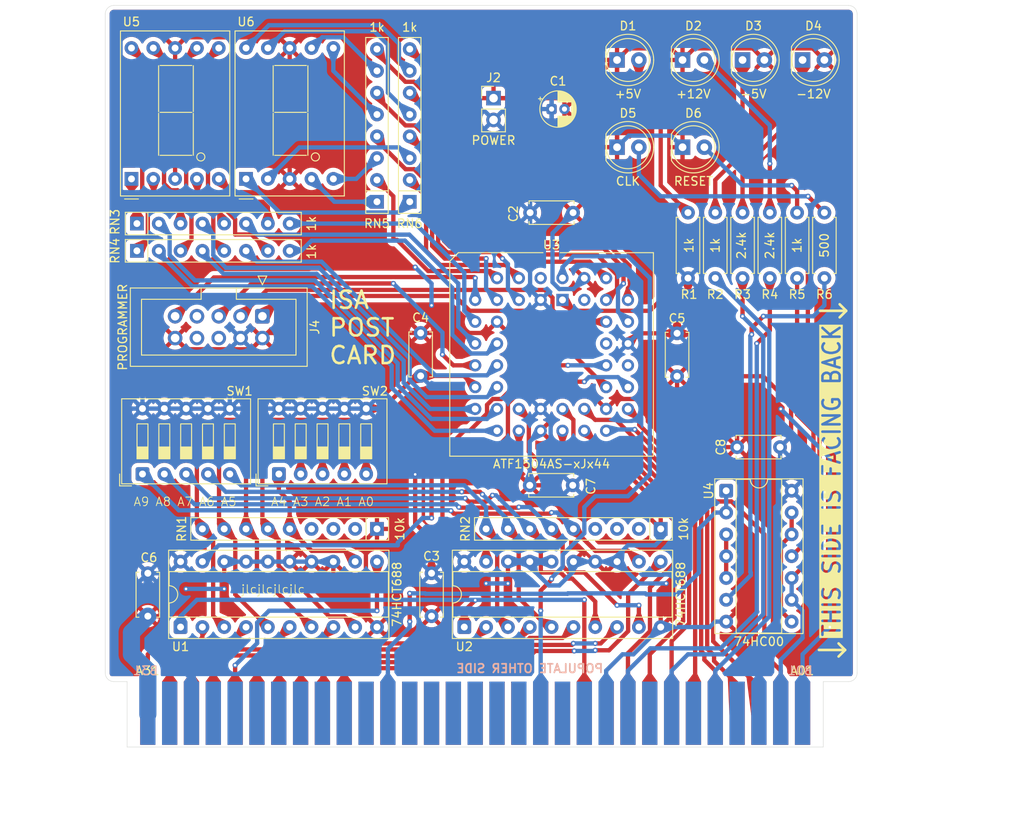
<source format=kicad_pcb>
(kicad_pcb (version 20241229) (generator "pcbnew") (generator_version "9.0")
  (layers (0 "F.Cu" signal) (2 "B.Cu" signal) (13 "F.Paste" user) (15 "B.Paste" user) (5 "F.SilkS" user "F.Silkscreen") (7 "B.SilkS" user "B.Silkscreen") (1 "F.Mask" user) (3 "B.Mask" user) (25 "Edge.Cuts" user))
  (net 0 "")
  (net 2 "GND")
  (net 4 "TCK")
  (net 5 "TMS")
  (net 6 "TDI")
  (net 7 "+5V")
  (net 8 "TDO")
  (net 12 "Net-(RN1-R4)")
  (net 14 "Net-(RN2-R5)")
  (net 17 "Net-(RN2-R6)")
  (net 18 "Net-(RN2-R8)")
  (net 19 "Net-(RN2-R4)")
  (net 20 "Net-(RN2-R7)")
  (net 22 "SA3")
  (net 23 "SA0")
  (net 24 "Net-(RN3D-R4.1)")
  (net 25 "SA1")
  (net 26 "Net-(RN3C-R3.1)")
  (net 27 "Net-(RN3B-R2.1)")
  (net 28 "Net-(RN3A-R1.1)")
  (net 29 "SA2")
  (net 30 "SA6")
  (net 31 "Net-(RN4B-R2.1)")
  (net 32 "Net-(RN4C-R3.1)")
  (net 33 "SA7")
  (net 34 "Net-(RN4D-R4.1)")
  (net 35 "SA5")
  (net 36 "Net-(RN4A-R1.1)")
  (net 37 "SA4")
  (net 38 "Net-(RN5B-R2.1)")
  (net 39 "SB2")
  (net 40 "SB1")
  (net 41 "SB0")
  (net 42 "SB3")
  (net 43 "Net-(RN5A-R1.1)")
  (net 44 "SB5")
  (net 45 "Net-(RN6A-R1.1)")
  (net 46 "SB6")
  (net 47 "SB7")
  (net 48 "SB4")
  (net 49 "Net-(RN6B-R2.1)")
  (net 50 "A4")
  (net 51 "A2")
  (net 52 "~{SEL1}")
  (net 53 "A1")
  (net 54 "AEN")
  (net 55 "A3")
  (net 56 "A0")
  (net 57 "A6")
  (net 58 "A5")
  (net 59 "A7")
  (net 60 "A9")
  (net 61 "~{SEL2}")
  (net 62 "A8")
  (net 63 "D1")
  (net 65 "D7")
  (net 66 "D2")
  (net 68 "D0")
  (net 69 "D3")
  (net 70 "D6")
  (net 71 "D5")
  (net 72 "~{IOW}")
  (net 73 "D4")
  (net 74 "RES")
  (net 75 "Net-(D1-A)")
  (net 76 "Net-(D2-A)")
  (net 77 "Net-(D3-K)")
  (net 78 "Net-(D4-K)")
  (net 79 "-5V")
  (net 80 "-12V")
  (net 81 "+12V")
  (net 96 "Net-(D5-A)")
  (net 115 "Net-(RN1-R7)")
  (net 116 "Net-(RN1-R8)")
  (net 117 "Net-(RN1-R5)")
  (net 118 "Net-(RN1-R6)")
  (net 119 "CLK")
  (net 120 "Net-(R5-Pad1)")
  (net 121 "Net-(R6-Pad1)")
  (net 122 "Net-(U4-Pad3)")
  (net 123 "Net-(U4-Pad12)")
  (net 124 "Net-(RN5C-R3.1)")
  (net 125 "Net-(RN5D-R4.1)")
  (net 126 "Net-(RN6D-R4.1)")
  (net 127 "Net-(RN6C-R3.1)")
  (net 130 "Net-(D6-A)")
  (footprint "Resistor_THT:R_Axial_DIN0207_L6.3mm_D2.5mm_P7.62mm_Horizontal" (layer "F.Cu") (at 105.41 129.54 90)
    (property "Reference" "R2")
    (property "Value" "1k")
  )
  (footprint "LED_THT:LED_D5.0mm" (layer "F.Cu") (at 115.57 104.14)
    (property "Reference" "D4")
    (property "Value" "-12V")
  )
  (footprint "Capacitor_THT:C_Disc_D5.0mm_W2.5mm_P5.00mm" (layer "F.Cu") (at 71.12 140.93 90)
    (property "Reference" "C4")
    (property "Value" "100n")
  )
  (footprint "Package_DIP:DIP-20_W7.62mm_Socket" (layer "F.Cu") (at 43.18 170.18 90)
    (property "Reference" "U1")
    (property "Value" "74HCT688")
  )
  (footprint "Capacitor_THT:CP_Radial_D4.0mm_P1.50mm" (layer "F.Cu") (at 86.36 109.855)
    (property "Reference" "C1")
    (property "Value" "10u")
  )
  (footprint "Connector_IDC:IDC-Header_2x05_P2.54mm_Vertical" (layer "F.Cu") (at 52.705 133.985 -90)
    (property "Reference" "J4")
    (property "Value" "PROGRAMMER")
  )
  (footprint "LED_THT:LED_D5.0mm" (layer "F.Cu") (at 101.6 104.14)
    (property "Reference" "D2")
    (property "Value" "+12V")
  )
  (footprint "Display_7Segment:D1X8K" (layer "F.Cu") (at 37.465 117.9875 90)
    (property "Reference" "U5")
    (property "Value" "D168K")
  )
  (footprint "Resistor_THT:R_Array_SIP8" (layer "F.Cu") (at 69.85 120.65 90)
    (property "Reference" "RN6")
    (property "Value" "1k")
  )
  (footprint "Capacitor_THT:C_Disc_D5.0mm_W2.5mm_P5.00mm" (layer "F.Cu") (at 72.39 163.91 -90)
    (property "Reference" "C3")
    (property "Value" "100n")
  )
  (footprint "LED_THT:LED_D5.0mm" (layer "F.Cu") (at 93.98 104.14)
    (property "Reference" "D1")
    (property "Value" "+5V")
  )
  (footprint "Package_DIP:DIP-14_W7.62mm_Socket" (layer "F.Cu") (at 106.68 154.305)
    (property "Reference" "U4")
    (property "Value" "74HC00")
  )
  (footprint "Resistor_THT:R_Axial_DIN0207_L6.3mm_D2.5mm_P7.62mm_Horizontal" (layer "F.Cu") (at 111.76 129.54 90)
    (property "Reference" "R4")
    (property "Value" "2.4k")
  )
  (footprint "components:ISA_CARD_EDGE_CONNECTOR_8BIT_Rev1" (layer "F.Cu") (at 115.57 184.15)
    (property "Reference" "J3")
    (property "Value" "Bus_ISA_8bit_AB_Rev0")
  )
  (footprint "Connector_PinHeader_2.54mm:PinHeader_1x02_P2.54mm_Vertical" (layer "F.Cu") (at 79.605 108.585)
    (property "Reference" "J2")
    (property "Value" "POWER")
  )
  (footprint "Button_Switch_THT:SW_DIP_SPSTx05_Slide_9.78x14.88mm_W7.62mm_P2.54mm" (layer "F.Cu") (at 54.6225 152.3575 90)
    (property "Reference" "SW2")
    (property "Value" "SW_DIP_x05")
  )
  (footprint "Capacitor_THT:C_Disc_D5.0mm_W2.5mm_P5.00mm" (layer "F.Cu") (at 83.86 121.92)
    (property "Reference" "C2")
    (property "Value" "100n")
  )
  (footprint "Resistor_THT:R_Array_SIP8" (layer "F.Cu") (at 38.1 123.19)
    (property "Reference" "RN3")
    (property "Value" "1k")
  )
  (footprint "LED_THT:LED_D5.0mm" (layer "F.Cu") (at 101.6 114.3)
    (property "Reference" "D6")
    (property "Value" "RESET")
  )
  (footprint "Resistor_THT:R_Array_SIP8" (layer "F.Cu") (at 66.04 120.65 90)
    (property "Reference" "RN5")
    (property "Value" "1k")
  )
  (footprint "Resistor_THT:R_Array_SIP9" (layer "F.Cu") (at 66.04 158.75 180)
    (property "Reference" "RN1")
    (property "Value" "10k")
  )
  (footprint "LED_THT:LED_D5.0mm" (layer "F.Cu") (at 108.585 104.14)
    (property "Reference" "D3")
    (property "Value" "-5V")
  )
  (footprint "Resistor_THT:R_Axial_DIN0207_L6.3mm_D2.5mm_P7.62mm_Horizontal" (layer "F.Cu") (at 114.935 129.54 90)
    (property "Reference" "R5")
    (property "Value" "1k")
  )
  (footprint "Resistor_THT:R_Array_SIP9" (layer "F.Cu") (at 99.06 158.75 180)
    (property "Reference" "RN2")
    (property "Value" "10k")
  )
  (footprint "Display_7Segment:D1X8K" (layer "F.Cu") (at 50.8 117.9875 90)
    (property "Reference" "U6")
    (property "Value" "D168K")
  )
  (footprint "LED_THT:LED_D5.0mm" (layer "F.Cu") (at 93.98 114.3)
    (property "Reference" "D5")
    (property "Value" "CLK")
  )
  (footprint "Capacitor_THT:C_Disc_D5.0mm_W2.5mm_P5.00mm" (layer "F.Cu") (at 39.37 163.91 -90)
    (property "Reference" "C6")
    (property "Value" "100n")
  )
  (footprint "Capacitor_THT:C_Disc_D5.0mm_W2.5mm_P5.00mm" (layer "F.Cu") (at 112.95 149.225 180)
    (property "Reference" "C8")
    (property "Value" "100n")
  )
  (footprint "Resistor_THT:R_Axial_DIN0207_L6.3mm_D2.5mm_P7.62mm_Horizontal" (layer "F.Cu") (at 102.235 129.54 90)
    (property "Reference" "R1")
    (property "Value" "1k")
  )
  (footprint "Package_LCC:PLCC-44_THT-Socket" (layer "F.Cu") (at 87.63 132.08)
    (property "Reference" "U3")
    (property "Value" "ATF1504AS-xJx44")
  )
  (footprint "Resistor_THT:R_Axial_DIN0207_L6.3mm_D2.5mm_P7.62mm_Horizontal" (layer "F.Cu") (at 108.585 129.54 90)
    (property "Reference" "R3")
    (property "Value" "2.4k")
  )
  (footprint "Resistor_THT:R_Axial_DIN0207_L6.3mm_D2.5mm_P7.62mm_Horizontal" (layer "F.Cu") (at 118.11 129.54 90)
    (property "Reference" "R6")
    (property "Value" "500")
  )
  (footprint "Package_DIP:DIP-20_W7.62mm_Socket" (layer "F.Cu") (at 76.2 170.18 90)
    (property "Reference" "U2")
    (property "Value" "74HCT688")
  )
  (footprint "Capacitor_THT:C_Disc_D5.0mm_W2.5mm_P5.00mm" (layer "F.Cu") (at 100.965 135.97 -90)
    (property "Reference" "C5")
    (property "Value" "100n")
  )
  (footprint "Capacitor_THT:C_Disc_D5.0mm_W2.5mm_P5.00mm" (layer "F.Cu") (at 88.82 153.67 180)
    (property "Reference" "C7")
    (property "Value" "100n")
  )
  (footprint "Button_Switch_THT:SW_DIP_SPSTx05_Slide_9.78x14.88mm_W7.62mm_P2.54mm" (layer "F.Cu") (at 38.7475 152.3575 90)
    (property "Reference" "SW1")
    (property "Value" "SW_DIP_x05")
  )
  (footprint "Resistor_THT:R_Array_SIP8" (layer "F.Cu") (at 38.1 126.365)
    (property "Reference" "RN4")
    (property "Value" "1k")
  )
  (gr_line (start 117.475 172.847) (end 120.523 172.847) (stroke (width 0.3)) (layer "F.SilkS"))
  (gr_line (start 120.65 133.35) (end 119.888 132.588) (stroke (width 0.3)) (layer "F.SilkS"))
  (gr_line (start 120.523 172.847) (end 119.761 173.609) (stroke (width 0.3)) (layer "F.SilkS"))
  (gr_line (start 120.523 172.847) (end 119.761 172.085) (stroke (width 0.3)) (layer "F.SilkS"))
  (gr_line (start 117.602 133.35) (end 120.65 133.35) (stroke (width 0.3)) (layer "F.SilkS"))
  (gr_line (start 120.65 133.35) (end 119.888 134.112) (stroke (width 0.3)) (layer "F.SilkS"))
  (gr_line (start 117.983 184.15) (end 117.983 176.53) (stroke (width 0.05)) (layer "Edge.Cuts"))
  (gr_arc (start 34.417 98.79) (mid 34.709893 98.082893) (end 35.417 97.79) (stroke (width 0.05)) (layer "Edge.Cuts"))
  (gr_arc (start 35.417 176.53) (mid 34.709893 176.237107) (end 34.417 175.53) (stroke (width 0.05)) (layer "Edge.Cuts"))
  (gr_line (start 36.957 176.53) (end 36.957 184.15) (stroke (width 0.05)) (layer "Edge.Cuts"))
  (gr_arc (start 121.92 175.53) (mid 121.627107 176.237107) (end 120.92 176.53) (stroke (width 0.05)) (layer "Edge.Cuts"))
  (gr_line (start 117.983 176.53) (end 120.92 176.53) (stroke (width 0.05)) (layer "Edge.Cuts"))
  (gr_line (start 35.417 176.53) (end 36.957 176.53) (stroke (width 0.05)) (layer "Edge.Cuts"))
  (gr_line (start 34.417 98.79) (end 34.417 175.53) (stroke (width 0.05)) (layer "Edge.Cuts"))
  (gr_arc (start 120.92 97.79) (mid 121.627107 98.082893) (end 121.92 98.79) (stroke (width 0.05)) (layer "Edge.Cuts"))
  (gr_line (start 121.92 175.53) (end 121.92 98.79) (stroke (width 0.05)) (layer "Edge.Cuts"))
  (gr_line (start 120.92 97.79) (end 35.417 97.79) (stroke (width 0.05)) (layer "Edge.Cuts"))
  (gr_line (start 36.957 184.15) (end 117.983 184.15) (stroke (width 0.05)) (layer "Edge.Cuts"))
  (gr_text "A8" (at 41.1605 156.1675 0) (layer "F.SilkS") (effects (font (size 1 1) (thickness 0.1)) (justify bottom)))
  (gr_text "A0" (at 64.7825 156.1675 0) (layer "F.SilkS") (effects (font (size 1 1) (thickness 0.1)) (justify bottom)))
  (gr_text "A31" (at 37.846 175.26 0) (layer "F.SilkS") (effects (font (size 1 1)) (justify left)))
  (gr_text "A9" (at 38.6205 156.1675 0) (layer "F.SilkS") (effects (font (size 1 1) (thickness 0.1)) (justify bottom)))
  (gr_text "A3" (at 57.1625 156.1675 0) (layer "F.SilkS") (effects (font (size 1 1) (thickness 0.1)) (justify bottom)))
  (gr_text "A4" (at 54.6225 156.1675 0) (layer "F.SilkS") (effects (font (size 1 1) (thickness 0.1)) (justify bottom)))
  (gr_text "A2" (at 59.7025 156.1675 0) (layer "F.SilkS") (effects (font (size 1 1) (thickness 0.1)) (justify bottom)))
  (gr_text "A6" (at 46.2405 156.1675 0) (layer "F.SilkS") (effects (font (size 1 1) (thickness 0.1)) (justify bottom)))
  (gr_text "THIS SIDE IS FACING BACK" (at 120.142 171.45 90) (layer "F.SilkS" knockout) (effects (font (size 2 1.8) (thickness 0.3)) (justify left bottom)))
  (gr_text "ISA\nPOST\nCARD" (at 60.325 139.7 0) (layer "F.SilkS") (effects (font (size 2 2) (thickness 0.3) (bold yes)) (justify left bottom)))
  (gr_text "A5" (at 48.7805 156.1675 0) (layer "F.SilkS") (effects (font (size 1 1) (thickness 0.1)) (justify bottom)))
  (gr_text "A7" (at 43.7005 156.1675 0) (layer "F.SilkS") (effects (font (size 1 1) (thickness 0.1)) (justify bottom)))
  (gr_text "A1" (at 62.2425 156.1675 0) (layer "F.SilkS") (effects (font (size 1 1) (thickness 0.1)) (justify bottom)))
  (gr_text "jlcjlcjlcjlc" (at 50.165 166.37 -0) (layer "F.SilkS") (effects (font (size 1 1) (thickness 0.1)) (justify left bottom)))
  (gr_text "A01" (at 114.046 175.26 0) (layer "F.SilkS") (effects (font (size 1 1)) (justify left)))
  (gr_text "B01" (at 116.84 175.26 0) (layer "B.SilkS") (effects (font (size 1 1)) (justify left mirror)))
  (gr_text "POPULATE OTHER SIDE" (at 83.82 175.006 0) (layer "B.SilkS") (effects (font (size 1 1) (thickness 0.2)) (justify mirror)))
  (gr_text "B31" (at 40.64 175.26 0) (layer "B.SilkS") (effects (font (size 1 1)) (justify left mirror)))
  (segment (start 72.39 132.715) (end 72.39 134.66) (width 0.5) (layer "F.Cu") (net 2))
  (segment (start 104.775 149.225) (end 107.95 149.225) (width 0.5) (layer "F.Cu") (net 2))
  (segment (start 40.64 168.91) (end 43.815 165.735) (width 0.5) (layer "F.Cu") (net 2))
  (segment (start 78.7 135.93) (end 80.01 134.62) (width 0.5) (layer "F.Cu") (net 2))
  (segment (start 55.88 102.7475) (end 55.88 117.9875) (width 0.5) (layer "F.Cu") (net 2))
  (segment (start 66.04 170.18) (end 60.96 165.1) (width 0.5) (layer "F.Cu") (net 2))
  (segment (start 83.82 153.67) (end 85.725 153.67) (width 0.5) (layer "F.Cu") (net 2))
  (segment (start 66.1625 128.27) (end 70.485 128.27) (width 0.5) (layer "F.Cu") (net 2))
  (segment (start 73.66 99.695) (end 58.9325 99.695) (width 0.5) (layer "F.Cu") (net 2))
  (segment (start 87.86 109.855) (end 87.86 109.006472) (width 0.5) (layer "F.Cu") (net 2))
  (segment (start 42.545 102.7475) (end 39.4925 99.695) (width 0.5) (layer "F.Cu") (net 2))
  (segment (start 64.751 160.039) (end 64.751 168.891) (width 0.5) (layer "F.Cu") (net 2))
  (segment (start 35.56 101.6) (end 35.56 166.37) (width 0.5) (layer "F.Cu") (net 2))
  (segment (start 48.26 162.56) (end 48.26 165.735) (width 0.5) (layer "F.Cu") (net 2))
  (segment (start 70.320001 170.979999) (end 72.39 168.91) (width 0.5) (layer "F.Cu") (net 2))
  (segment (start 97.155 156.845) (end 99.06 158.75) (width 0.5) (layer "F.Cu") (net 2))
  (segment (start 112.476 102.789) (end 111.125 104.14) (width 0.5) (layer "F.Cu") (net 2))
  (segment (start 42.545 102.7475) (end 43.796 101.4965) (width 0.5) (layer "F.Cu") (net 2))
  (segment (start 55.88 117.9875) (end 66.1625 128.27) (width 0.5) (layer "F.Cu") (net 2))
  (segment (start 35.56 166.37) (end 38.1 168.91) (width 0.5) (layer "F.Cu") (net 2))
  (segment (start 93.98 104.14) (end 93.98 114.3) (width 0.5) (layer "F.Cu") (net 2))
  (segment (start 93.98 114.3) (end 92.305 114.3) (width 0.5) (layer "F.Cu") (net 2))
  (segment (start 93.575 104.14) (end 87.86 109.855) (width 0.5) (layer "F.Cu") (net 2))
  (segment (start 120.65 106.68) (end 120.65 168.275) (width 0.5) (layer "F.Cu") (net 2))
  (segment (start 66.839999 170.979999) (end 70.320001 170.979999) (width 0.5) (layer "F.Cu") (net 2))
  (segment (start 87.86 109.006472) (end 87.438528 108.585) (width 0.5) (layer "F.Cu") (net 2))
  (segment (start 78.105 104.14) (end 73.66 99.695) (width 0.5) (layer "F.Cu") (net 2))
  (segment (start 100.249 102.789) (end 95.331 102.789) (width 0.5) (layer "F.Cu") (net 2))
  (segment (start 109.774 102.789) (end 102.951 102.789) (width 0.5) (layer "F.Cu") (net 2))
  (segment (start 54.629 101.4965) (end 55.88 102.7475) (width 0.5) (layer "F.Cu") (net 2))
  (segment (start 93.98 104.14) (end 93.575 104.14) (width 0.5) (layer "F.Cu") (net 2))
  (segment (start 66.04 170.18) (end 66.839999 170.979999) (width 0.5) (layer "F.Cu") (net 2))
  (segment (start 87.438528 108.585) (end 79.605 108.585) (width 0.5) (layer "F.Cu") (net 2))
  (segment (start 99.06 165.735) (end 99.06 170.18) (width 0.5) (layer "F.Cu") (net 2))
  (segment (start 43.796 101.4965) (end 54.629 101.4965) (width 0.5) (layer "F.Cu") (net 2))
  (segment (start 72.39 168.91) (end 73.025 168.275) (width 0.5) (layer "F.Cu") (net 2))
  (segment (start 37.465 99.695) (end 35.56 101.6) (width 0.5) (layer "F.Cu") (net 2))
  (segment (start 39.37 168.91) (end 40.64 168.91) (width 0.5) (layer "F.Cu") (net 2))
  (segment (start 88.9 156.845) (end 97.155 156.845) (width 0.5) (layer "F.Cu") (net 2))
  (segment (start 76.2 165.1) (end 78.74 165.1) (width 0.5) (layer "F.Cu") (net 2))
  (segment (start 87.86 120.92) (end 88.86 121.92) (width 0.5) (layer "F.Cu") (net 2))
  (segment (start 64.751 168.891) (end 66.04 170.18) (width 0.5) (layer "F.Cu") (net 2))
  (segment (start 100.965 140.97) (end 98.3172 143.6178) (width 0.5) (layer "F.Cu") (net 2))
  (segment (start 118.11 104.14) (end 120.65 106.68) (width 0.5) (layer "F.Cu") (net 2))
  (segment (start 113.03 144.78) (end 108.585 144.78) (width 0.5) (layer "F.Cu") (net 2))
  (segment (start 42.545 102.7475) (end 42.545 117.9875) (width 0.5) (layer "F.Cu") (net 2))
  (segment (start 101.6 104.14) (end 100.249 102.789) (width 0.5) (layer "F.Cu") (net 2))
  (segment (start 118.11 104.14) (end 116.759 102.789) (width 0.5) (layer "F.Cu") (net 2))
  (segment (start 71.12 135.93) (end 78.7 135.93) (width 0.5) (layer "F.Cu") (net 2))
  (segment (start 87.86 109.855) (end 87.86 120.92) (width 0.5) (layer "F.Cu") (net 2))
  (segment (start 107.95 145.415) (end 107.95 149.225) (width 0.5) (layer "F.Cu") (net 2))
  (segment (start 38.1 168.91) (end 39.37 168.91) (width 0.5) (layer "F.Cu") (net 2))
  (segment (start 60.96 165.1) (end 60.96 162.56) (width 0.5) (layer "F.Cu") (net 2))
  (segment (start 39.4925 99.695) (end 37.465 99.695) (width 0.5) (layer "F.Cu") (net 2))
  (segment (start 92.305 114.3) (end 87.86 109.855) (width 0.5) (layer "F.Cu") (net 2))
  (segment (start 95.331 102.789) (end 93.98 104.14) (width 0.5) (layer "F.Cu") (net 2))
  (segment (start 51.404 137.826) (end 43.846 137.826) (width 0.5) (layer "F.Cu") (net 2))
  (segment (start 120.65 168.275) (end 118.745 170.18) (width 0.5) (layer "F.Cu") (net 2))
  (segment (start 98.3172 143.6178) (end 93.8722 143.6178) (width 0.5) (layer "F.Cu") (net 2))
  (segment (start 81.28 165.1) (end 81.28 162.56) (width 0.5) (layer "F.Cu") (net 2))
  (segment (start 93.98 104.14) (end 78.105 104.14) (width 0.5) (layer "F.Cu") (net 2))
  (segment (start 73.025 168.275) (end 76.2 165.1) (width 0.5) (layer "F.Cu") (net 2))
  (segment (start 111.125 104.14) (end 109.774 102.789) (width 0.5) (layer "F.Cu") (net 2))
  (segment (start 85.725 153.67) (end 88.9 156.845) (width 0.5) (layer "F.Cu") (net 2))
  (segment (start 58.9325 99.695) (end 55.88 102.7475) (width 0.5) (layer "F.Cu") (net 2))
  (segment (start 102.951 102.789) (end 101.6 104.14) (width 0.5) (layer "F.Cu") (net 2))
  (segment (start 71.12 135.93) (end 53.3 135.93) (width 0.5) (layer "F.Cu") (net 2))
  (segment (start 66.04 158.75) (end 64.751 160.039) (width 0.5) (layer "F.Cu") (net 2))
  (segment (start 99.695 165.1) (end 99.06 165.735) (width 0.5) (layer "F.Cu") (net 2))
  (segment (start 100.965 145.415) (end 104.775 149.225) (width 0.5) (layer "F.Cu") (net 2))
  (segment (start 100.965 140.97) (end 100.965 145.415) (width 0.5) (layer "F.Cu") (net 2))
  (segment (start 108.585 144.78) (end 107.95 145.415) (width 0.5) (layer "F.Cu") (net 2))
  (segment (start 52.705 136.525) (end 51.404 137.826) (width 0.5) (layer "F.Cu") (net 2))
  (segment (start 43.846 137.826) (end 42.545 136.525) (width 0.5) (layer "F.Cu") (net 2))
  (segment (start 116.759 102.789) (end 112.476 102.789) (width 0.5) (layer "F.Cu") (net 2))
  (segment (start 93.8722 143.6178) (end 92.71 144.78) (width 0.5) (layer "F.Cu") (net 2))
  (segment (start 72.39 134.66) (end 71.12 135.93) (width 0.5) (layer "F.Cu") (net 2))
  (segment (start 53.3 135.93) (end 52.705 136.525) (width 0.5) (layer "F.Cu") (net 2))
  (via (at 72.39 132.715) (size 0.6) (drill 0.3) (layers "F.Cu" "B.Cu") (net 2))
  (via (at 81.28 165.1) (size 0.6) (drill 0.3) (layers "F.Cu" "B.Cu") (net 2))
  (via (at 113.03 144.78) (size 0.6) (drill 0.3) (layers "F.Cu" "B.Cu") (net 2))
  (via (at 118.745 170.18) (size 0.6) (drill 0.3) (layers "F.Cu" "B.Cu") (net 2))
  (via (at 99.695 165.1) (size 0.6) (drill 0.3) (layers "F.Cu" "B.Cu") (net 2))
  (via (at 70.485 128.27) (size 0.6) (drill 0.3) (layers "F.Cu" "B.Cu") (net 2))
  (via (at 78.74 165.1) (size 0.6) (drill 0.3) (layers "F.Cu" "B.Cu") (net 2))
  (via (at 48.26 165.735) (size 0.6) (drill 0.3) (layers "F.Cu" "B.Cu") (net 2))
  (via (at 43.815 165.735) (size 0.6) (drill 0.3) (layers "F.Cu" "B.Cu") (net 2))
  (segment (start 87.2564 130.81) (end 88.9 130.81) (width 0.5) (layer "B.Cu") (net 2))
  (segment (start 85.09 147.32) (end 83.82 148.59) (width 0.5) (layer "B.Cu") (net 2))
  (segment (start 70.485 128.27) (end 72.39 130.175) (width 0.5) (layer "B.Cu") (net 2))
  (segment (start 72.39 130.175) (end 72.39 132.715) (width 0.5) (layer "B.Cu") (net 2))
  (segment (start 43.815 165.735) (end 48.26 165.735) (width 0.5) (layer "B.Cu") (net 2))
  (segment (start 37.465 170.815) (end 39.37 168.91) (width 2) (layer "B.Cu") (net 2))
  (segment (start 100.249 112.949) (end 101.6 114.3) (width 0.5) (layer "B.Cu") (net 2))
  (segment (start 83.82 163.102075) (end 86.048925 165.331) (width 0.5) (layer "B.Cu") (net 2))
  (segment (start 88.9 163.69137) (end 88.9 162.56) (width 0.5) (layer "B.Cu") (net 2))
  (segment (start 99.06 160.02) (end 99.06 158.75) (width 0.5) (layer "B.Cu") (net 2))
  (segment (start 86.4678 124.3122) (end 86.4678 130.0214) (width 0.5) (layer "B.Cu") (net 2))
  (segment (start 99.06 170.18) (end 104.775 170.18) (width 0.5) (layer "B.Cu") (net 2))
  (segment (start 95.25 160.655) (end 98.425 160.655) (width 0.5) (layer "B.Cu") (net 2))
  (segment (start 95.885 173.355) (end 99.06 170.18) (width 0.5) (layer "B.Cu") (net 2))
  (segment (start 92.71 175.26) (end 94.615 173.355) (width 0.5) (layer "B.Cu") (net 2))
  (segment (start 118.745 150.495) (end 113.03 144.78) (width 0.5) (layer "B.Cu") (net 2))
  (segment (start 88.9 162.56) (end 93.98 162.56) (width 0.5) (layer "B.Cu") (net 2))
  (segment (start 88.86 121.92) (end 86.4678 124.3122) (width 0.5) (layer "B.Cu") (net 2))
  (segment (start 94.615 173.355) (end 95.885 173.355) (width 0.5) (layer "B.Cu") (net 2))
  (segment (start 95.331 112.949) (end 100.249 112.949) (width 0.5) (layer "B.Cu") (net 2))
  (segment (start 93.98 162.56) (end 93.98 161.925) (width 0.5) (layer "B.Cu") (net 2))
  (segment (start 86.4678 130.0214) (end 87.2564 130.81) (width 0.5) (layer "B.Cu") (net 2))
  (segment (start 115.57 173.355) (end 116.84 172.085) (width 0.5) (layer "B.Cu") (net 2))
  (segment (start 81.28 162.56) (end 83.82 162.56) (width 0.5) (layer "B.Cu") (net 2))
  (segment (start 116.84 172.085) (end 118.745 170.18) (width 0.5) (layer "B.Cu") (net 2))
  (segment (start 39.37 175.26) (end 37.465 173.355) (width 2) (layer "B.Cu") (net 2))
  (segment (start 83.82 162.56) (end 83.82 163.102075) (width 0.5) (layer "B.Cu") (net 2))
  (segment (start 93.98 161.925) (end 95.25 160.655) (width 0.5) (layer "B.Cu") (net 2))
  (segment (start 98.425 160.655) (end 99.06 160.02) (width 0.5) (layer "B.Cu") (net 2))
  (segment (start 92.71 180.34) (end 92.71 175.26) (width 0.5) (layer "B.Cu") (net 2))
  (segment (start 87.26037 165.331) (end 88.9 163.69137) (width 0.5) (layer "B.Cu") (net 2))
  (segment (start 37.465 173.355) (end 37.465 170.815) (width 2) (layer "B.Cu") (net 2))
  (segment (start 88.9 130.81) (end 90.17 129.54) (width 0.5) (layer "B.Cu") (net 2))
  (segment (start 105.41 169.545) (end 106.68 169.545) (width 0.5) (layer "B.Cu") (net 2))
  (segment (start 83.82 162.56) (end 86.36 162.56) (width 0.5) (layer "B.Cu") (net 2))
  (segment (start 78.74 165.1) (end 81.28 165.1) (width 0.5) (layer "B.Cu") (net 2))
  (segment (start 115.57 180.34) (end 115.57 173.355) (width 0.5) (layer "B.Cu") (net 2))
  (segment (start 48.26 162.56) (end 60.96 162.56) (width 0.5) (layer "B.Cu") (net 2))
  (segment (start 93.98 114.3) (end 95.331 112.949) (width 0.5) (layer "B.Cu") (net 2))
  (segment (start 96.52 165.1) (end 99.695 165.1) (width 0.5) (layer "B.Cu") (net 2))
  (segment (start 39.37 180.34) (end 39.37 175.26) (width 2) (layer "B.Cu") (net 2))
  (segment (start 83.82 148.59) (end 83.82 153.67) (width 0.5) (layer "B.Cu") (net 2))
  (segment (start 93.98 162.56) (end 96.52 165.1) (width 0.5) (layer "B.Cu") (net 2))
  (segment (start 118.745 153.035) (end 118.745 150.495) (width 0.5) (layer "B.Cu") (net 2))
  (segment (start 118.745 170.18) (end 118.745 153.035) (width 0.5) (layer "B.Cu") (net 2))
  (segment (start 86.048925 165.331) (end 87.26037 165.331) (width 0.5) (layer "B.Cu") (net 2))
  (segment (start 104.775 170.18) (end 105.41 169.545) (width 0.5) (layer "B.Cu") (net 2))
  (segment (start 52.705 133.985) (end 55.0712 131.6188) (width 0.5) (layer "F.Cu") (net 4))
  (segment (start 75.1038 131.6188) (end 76.835 133.35) (width 0.5) (layer "F.Cu") (net 4))
  (segment (start 55.0712 131.6188) (end 75.1038 131.6188) (width 0.5) (layer "F.Cu") (net 4))
  (segment (start 76.835 133.35) (end 83.82 133.35) (width 0.5) (layer "F.Cu") (net 4))
  (segment (start 83.82 133.35) (end 92.71 142.24) (width 0.5) (layer "F.Cu") (net 4))
  (segment (start 51.4422 130.1678) (end 47.625 133.985) (width 0.5) (layer "F.Cu") (net 5))
  (segment (start 73.66 138.43) (end 74.93 139.7) (width 0.5) (layer "F.Cu") (net 5))
  (segment (start 67.945 130.1678) (end 51.4422 130.1678) (width 0.5) (layer "F.Cu") (net 5))
  (segment (start 74.93 139.7) (end 77.47 139.7) (width 0.5) (layer "F.Cu") (net 5))
  (via (at 73.66 138.43) (size 0.6) (drill 0.3) (layers "F.Cu" "B.Cu") (net 5))
  (via (at 67.945 130.1678) (size 0.6) (drill 0.3) (layers "F.Cu" "B.Cu") (net 5))
  (segment (start 67.945 130.1678) (end 73.66 135.8828) (width 0.5) (layer "B.Cu") (net 5))
  (segment (start 73.66 135.8828) (end 73.66 138.43) (width 0.5) (layer "B.Cu") (net 5))
  (segment (start 58.42 129.4668) (end 58.47 129.4168) (width 0.5) (layer "F.Cu") (net 6))
  (segment (start 42.545 133.985) (end 47.0632 129.4668) (width 0.5) (layer "F.Cu") (net 6))
  (segment (start 77.3468 129.4168) (end 77.47 129.54) (width 0.5) (layer "F.Cu") (net 6))
  (segment (start 58.47 129.4168) (end 77.3468 129.4168) (width 0.5) (layer "F.Cu") (net 6))
  (segment (start 47.0632 129.4668) (end 58.42 129.4668) (width 0.5) (layer "F.Cu") (net 6))
  (via (at 77.47 129.54) (size 0.6) (drill 0.3) (layers "F.Cu" "B.Cu") (net 6))
  (segment (start 77.47 129.54) (end 77.47 132.08) (width 0.5) (layer "B.Cu") (net 6))
  (segment (start 102.315 135.97) (end 100.965 135.97) (width 0.5) (layer "F.Cu") (net 7))
  (segment (start 72.39 160.02) (end 71.12 158.75) (width 0.5) (layer "F.Cu") (net 7))
  (segment (start 100.965 133.35) (end 100.965 135.97) (width 0.5) (layer "F.Cu") (net 7))
  (segment (start 66.7175 144.7375) (end 64.7825 144.7375) (width 0.5) (layer "F.Cu") (net 7))
  (segment (start 70.485 158.115) (end 70.485 152.4) (width 0.5) (layer "F.Cu") (net 7))
  (segment (start 107.315 140.97) (end 102.315 135.97) (width 0.5) (layer "F.Cu") (net 7))
  (segment (start 95.25 137.16) (end 96.44 135.97) (width 0.5) (layer "F.Cu") (net 7))
  (segment (start 76.16 140.93) (end 77.47 142.24) (width 0.5) (layer "F.Cu") (net 7))
  (segment (start 71.12 158.75) (end 70.485 158.115) (width 0.5) (layer "F.Cu") (net 7))
  (segment (start 71.12 140.93) (end 76.16 140.93) (width 0.5) (layer "F.Cu") (net 7))
  (segment (start 71.12 140.93) (end 70.525 140.93) (width 0.5) (layer "F.Cu") (net 7))
  (segment (start 102.235 129.54) (end 102.235 132.08) (width 0.5) (layer "F.Cu") (net 7))
  (segment (start 112.95 149.225) (end 114.234 147.941) (width 0.5) (layer "F.Cu") (net 7))
  (segment (start 70.525 140.93) (end 66.7175 144.7375) (width 0.5) (layer "F.Cu") (net 7))
  (segment (start 114.234 144.211) (end 110.993 140.97) (width 0.5) (layer "F.Cu") (net 7))
  (segment (start 114.234 147.941) (end 114.234 144.211) (width 0.5) (layer "F.Cu") (net 7))
  (segment (start 72.39 163.91) (end 72.39 160.02) (width 0.5) (layer "F.Cu") (net 7))
  (segment (start 110.993 140.97) (end 107.315 140.97) (width 0.5) (layer "F.Cu") (net 7))
  (segment (start 102.235 132.08) (end 100.965 133.35) (width 0.5) (layer "F.Cu") (net 7))
  (segment (start 96.44 135.97) (end 100.965 135.97) (width 0.5) (layer "F.Cu") (net 7))
  (via (at 70.485 152.4) (size 0.6) (drill 0.3) (layers "F.Cu" "B.Cu") (net 7))
  (segment (start 44.45 175.895) (end 41.275 172.72) (width 1) (layer "B.Cu") (net 7))
  (segment (start 36.195 100.965) (end 38.1 99.06) (width 0.5) (layer "B.Cu") (net 7))
  (segment (start 86.36 106.68) (end 86.36 109.855) (width 0.5) (layer "B.Cu") (net 7))
  (segment (start 114.3 154.305) (end 112.395 156.21) (width 0.5) (layer "B.Cu") (net 7))
  (segment (start 112.395 169.545) (end 110.49 171.45) (width 0.5) (layer "B.Cu") (net 7))
  (segment (start 38.1 99.06) (end 78.74 99.06) (width 0.5) (layer "B.Cu") (net 7))
  (segment (start 119.38 99.06) (end 120.65 100.33) (width 0.5) (layer "B.Cu") (net 7))
  (segment (start 48.9075 144.7375) (end 64.7825 144.7375) (width 0.5) (layer "B.Cu") (net 7))
  (segment (start 70.485 149.225) (end 65.9975 144.7375) (width 0.5) (layer "B.Cu") (net 7))
  (segment (start 35.56 160.1) (end 35.56 146.685) (width 0.5) (layer "B.Cu") (net 7))
  (segment (start 79.605 111.125) (end 83.86 115.38) (width 0.5) (layer "B.Cu") (net 7))
  (segment (start 70.485 152.4) (end 79.375 152.4) (width 0.5) (layer "B.Cu") (net 7))
  (segment (start 44.45 180.34) (end 44.45 175.895) (width 1) (layer "B.Cu") (net 7))
  (segment (start 78.74 99.06) (end 119.38 99.06) (width 0.5) (layer "B.Cu") (net 7))
  (segment (start 86.36 113.665) (end 102.235 129.54) (width 0.5) (layer "B.Cu") (net 7))
  (segment (start 39.37 163.91) (end 35.56 160.1) (width 0.5) (layer "B.Cu") (net 7))
  (segment (start 110.49 171.45) (end 110.49 180.34) (width 0.5) (layer "B.Cu") (net 7))
  (segment (start 48.9075 144.7375) (end 38.7475 144.7375) (width 0.5) (layer "B.Cu") (net 7))
  (segment (start 112.95 149.225) (end 112.95 152.955) (width 0.5) (layer "B.Cu") (net 7))
  (segment (start 37.5075 144.7375) (end 38.7475 144.7375) (width 0.5) (layer "B.Cu") (net 7))
  (segment (start 81.915 154.94) (end 87.55 154.94) (width 0.5) (layer "B.Cu") (net 7))
  (segment (start 86.2522 151.1022) (end 86.2522 145.9422) (width 0.5) (layer "B.Cu") (net 7))
  (segment (start 88.82 153.67) (end 86.2522 151.1022) (width 0.5) (layer "B.Cu") (net 7))
  (segment (start 48.9075 137.7825) (end 48.9075 144.7375) (width 0.5) (layer "B.Cu") (net 7))
  (segment (start 112.95 152.955) (end 114.3 154.305) (width 0.5) (layer "B.Cu") (net 7))
  (segment (start 83.86 130.85) (end 85.09 132.08) (width 0.5) (layer "B.Cu") (net 7))
  (segment (start 79.375 152.4) (end 81.915 154.94) (width 0.5) (layer "B.Cu") (net 7))
  (segment (start 74.85 163.91) (end 76.2 162.56) (width 0.5) (layer "B.Cu") (net 7))
  (segment (start 87.55 154.94) (end 88.82 153.67) (width 0.5) (layer "B.Cu") (net 7))
  (segment (start 86.36 109.855) (end 86.36 113.665) (width 0.5) (layer "B.Cu") (net 7))
  (segment (start 41.275 172.72) (end 41.275 167.005) (width 1) (layer "B.Cu") (net 7))
  (segment (start 50.165 136.525) (end 48.9075 137.7825) (width 0.5) (layer "B.Cu") (net 7))
  (segment (start 35.56 146.685) (end 37.5075 144.7375) (width 0.5) (layer "B.Cu") (net 7))
  (segment (start 86.36 119.42) (end 83.86 121.92) (width 0.5) (layer "B.Cu") (net 7))
  (segment (start 36.195 130.81) (end 36.195 100.965) (width 0.5) (layer "B.Cu") (net 7))
  (segment (start 112.395 156.21) (end 112.395 169.545) (width 0.5) (layer "B.Cu") (net 7))
  (segment (start 39.37 163.91) (end 41.83 163.91) (width 0.5) (layer "B.Cu") (net 7))
  (segment (start 86.36 109.855) (end 86.36 119.42) (width 0.5) (layer "B.Cu") (net 7))
  (segment (start 65.9975 144.7375) (end 64.7825 144.7375) (width 0.5) (layer "B.Cu") (net 7))
  (segment (start 70.485 152.4) (end 70.485 149.225) (width 0.5) (layer "B.Cu") (net 7))
  (segment (start 86.2522 145.9422) (end 85.09 144.78) (width 0.5) (layer "B.Cu") (net 7))
  (segment (start 41.275 167.005) (end 39.37 165.1) (width 1) (layer "B.Cu") (net 7))
  (segment (start 83.86 115.38) (end 83.86 121.92) (width 0.5) (layer "B.Cu") (net 7))
  (segment (start 39.37 165.1) (end 39.37 163.91) (width 1) (layer "B.Cu") (net 7))
  (segment (start 38.7475 144.7375) (end 38.7475 133.3625) (width 0.5) (layer "B.Cu") (net 7))
  (segment (start 78.74 99.06) (end 86.36 106.68) (width 0.5) (layer "B.Cu") (net 7))
  (segment (start 41.83 163.91) (end 43.18 162.56) (width 0.5) (layer "B.Cu") (net 7))
  (segment (start 83.86 121.92) (end 83.86 130.85) (width 0.5) (layer "B.Cu") (net 7))
  (segment (start 38.7475 133.3625) (end 36.195 130.81) (width 0.5) (layer "B.Cu") (net 7))
  (segment (start 72.39 163.91) (end 74.85 163.91) (width 0.5) (layer "B.Cu") (net 7))
  (segment (start 87.8456 134.62) (end 92.71 134.62) (width 0.5) (layer "F.Cu") (net 8))
  (segment (start 50.165 133.985) (end 53.2322 130.9178) (width 0.5) (layer "F.Cu") (net 8))
  (segment (start 85.5714 130.9178) (end 86.4678 131.8142) (width 0.5) (layer "F.Cu") (net 8))
  (segment (start 86.4678 133.2422) (end 87.8456 134.62) (width 0.5) (layer "F.Cu") (net 8))
  (segment (start 86.4678 131.8142) (end 86.4678 133.2422) (width 0.5) (layer "F.Cu") (net 8))
  (segment (start 53.2322 130.9178) (end 85.5714 130.9178) (width 0.5) (layer "F.Cu") (net 8))
  (segment (start 55.88 155.575) (end 55.88 158.75) (width 0.5) (layer "F.Cu") (net 12))
  (segment (start 54.6225 152.3575) (end 54.6225 154.3175) (width 0.5) (layer "F.Cu") (net 12))
  (segment (start 62.249 161.309) (end 63.5 162.56) (width 0.5) (layer "F.Cu") (net 12))
  (segment (start 58.439 161.309) (end 62.249 161.309) (width 0.5) (layer "F.Cu") (net 12))
  (segment (start 55.88 158.75) (end 58.439 161.309) (width 0.5) (layer "F.Cu") (net 12))
  (segment (start 54.6225 154.3175) (end 55.88 155.575) (width 0.5) (layer "F.Cu") (net 12))
  (segment (start 86.36 158.75) (end 87.649 160.039) (width 0.5) (layer "F.Cu") (net 14))
  (segment (start 75.565 156.21) (end 75.631 156.276) (width 0.5) (layer "F.Cu") (net 14))
  (segment (start 90.17 163.83) (end 93.98 167.64) (width 0.5) (layer "F.Cu") (net 14))
  (segment (start 96.52 167.64) (end 96.52 170.18) (width 0.5) (layer "F.Cu") (net 14))
  (segment (start 87.649 160.039) (end 87.649 163.078182) (width 0.5) (layer "F.Cu") (net 14))
  (segment (start 82.484 156.276) (end 82.55 156.21) (width 0.5) (layer "F.Cu") (net 14))
  (segment (start 87.649 163.078182) (end 88.400818 163.83) (width 0.5) (layer "F.Cu") (net 14))
  (segment (start 88.400818 163.83) (end 90.17 163.83) (width 0.5) (layer "F.Cu") (net 14))
  (segment (start 75.631 156.276) (end 82.484 156.276) (width 0.5) (layer "F.Cu") (net 14))
  (via (at 82.55 156.21) (size 0.6) (drill 0.3) (layers "F.Cu" "B.Cu") (net 14))
  (via (at 93.98 167.64) (size 0.6) (drill 0.3) (layers "F.Cu" "B.Cu") (net 14))
  (via (at 75.565 156.21) (size 0.6) (drill 0.3) (layers "F.Cu" "B.Cu") (net 14))
  (via (at 96.52 167.64) (size 0.6) (drill 0.3) (layers "F.Cu" "B.Cu") (net 14))
  (segment (start 93.98 167.64) (end 96.52 167.64) (width 0.5) (layer "B.Cu") (net 14))
  (segment (start 41.2875 152.3575) (end 44.812149 155.882149) (width 0.5) (layer "B.Cu") (net 14))
  (segment (start 75.237149 155.882149) (end 75.565 156.21) (width 0.5) (layer "B.Cu") (net 14))
  (segment (start 83.82 156.21) (end 86.36 158.75) (width 0.5) (layer "B.Cu") (net 14))
  (segment (start 44.812149 155.882149) (end 50.8 155.882149) (width 0.5) (layer "B.Cu") (net 14))
  (segment (start 50.8 155.882149) (end 75.237149 155.882149) (width 0.5) (layer "B.Cu") (net 14))
  (segment (start 82.55 156.21) (end 83.82 156.21) (width 0.5) (layer "B.Cu") (net 14))
  (segment (start 88.110454 164.531) (end 88.758075 164.531) (width 0.5) (layer "F.Cu") (net 17))
  (segment (start 76.700558 155.575) (end 78.74 155.575) (width 0.5) (layer "F.Cu") (net 17))
  (segment (start 83.82 158.75) (end 85.109 160.039) (width 0.5) (layer "F.Cu") (net 17))
  (segment (start 88.758075 164.531) (end 91.44 167.212925) (width 0.5) (layer "F.Cu") (net 17))
  (segment (start 87.409454 163.83) (end 88.110454 164.531) (width 0.5) (layer "F.Cu") (net 17))
  (segment (start 78.74 155.575) (end 79.483162 154.831838) (width 0.5) (layer "F.Cu") (net 17))
  (segment (start 91.44 167.212925) (end 91.44 170.18) (width 0.5) (layer "F.Cu") (net 17))
  (segment (start 85.109 160.039) (end 85.109 163.83) (width 0.5) (layer "F.Cu") (net 17))
  (segment (start 85.109 163.83) (end 87.409454 163.83) (width 0.5) (layer "F.Cu") (net 17))
  (segment (start 76.305707 155.180149) (end 76.700558 155.575) (width 0.5) (layer "F.Cu") (net 17))
  (via (at 79.483162 154.831838) (size 0.6) (drill 0.3) (layers "F.Cu" "B.Cu") (net 17))
  (via (at 76.305707 155.180149) (size 0.6) (drill 0.3) (layers "F.Cu" "B.Cu") (net 17))
  (segment (start 79.483162 154.831838) (end 79.901838 154.831838) (width 0.5) (layer "B.Cu") (net 17))
  (segment (start 43.8275 152.3575) (end 46.651149 155.181149) (width 0.5) (layer "B.Cu") (net 17))
  (segment (start 79.901838 154.831838) (end 83.82 158.75) (width 0.5) (layer "B.Cu") (net 17))
  (segment (start 46.651149 155.181149) (end 76.304707 155.181149) (width 0.5) (layer "B.Cu") (net 17))
  (segment (start 76.304707 155.181149) (end 76.305707 155.180149) (width 0.5) (layer "B.Cu") (net 17))
  (segment (start 80.029 168.929) (end 81.28 170.18) (width 0.5) (layer "F.Cu") (net 18))
  (segment (start 78.74 158.75) (end 80.029 160.039) (width 0.5) (layer "F.Cu") (net 18))
  (segment (start 80.029 160.039) (end 80.029 168.929) (width 0.5) (layer "F.Cu") (net 18))
  (segment (start 78.74 156.21) (end 78.74 158.75) (width 0.5) (layer "B.Cu") (net 18))
  (segment (start 50.22 153.67) (end 76.2 153.67) (width 0.5) (layer "B.Cu") (net 18))
  (segment (start 76.2 153.67) (end 78.74 156.21) (width 0.5) (layer "B.Cu") (net 18))
  (segment (start 48.9075 152.3575) (end 50.22 153.67) (width 0.5) (layer "B.Cu") (net 18))
  (segment (start 91.459 161.309) (end 95.269 161.309) (width 0.5) (layer "F.Cu") (net 19))
  (segment (start 86.228 156.977) (end 86.36 156.845) (width 0.5) (layer "F.Cu") (net 19))
  (segment (start 74.989654 156.977) (end 86.228 156.977) (width 0.5) (layer "F.Cu") (net 19))
  (segment (start 88.9 158.75) (end 91.459 161.309) (width 0.5) (layer "F.Cu") (net 19))
  (segment (start 95.269 161.309) (end 96.52 162.56) (width 0.5) (layer "F.Cu") (net 19))
  (segment (start 74.644803 156.632149) (end 74.989654 156.977) (width 0.5) (layer "F.Cu") (net 19))
  (via (at 86.36 156.845) (size 0.6) (drill 0.3) (layers "F.Cu" "B.Cu") (net 19))
  (via (at 74.644803 156.632149) (size 0.6) (drill 0.3) (layers "F.Cu" "B.Cu") (net 19))
  (segment (start 42.973149 156.583149) (end 45.102513 156.583149) (width 0.5) (layer "B.Cu") (net 19))
  (segment (start 74.595803 156.583149) (end 74.644803 156.632149) (width 0.5) (layer "B.Cu") (net 19))
  (segment (start 45.102513 156.583149) (end 74.595803 156.583149) (width 0.5) (layer "B.Cu") (net 19))
  (segment (start 38.7475 152.3575) (end 42.973149 156.583149) (width 0.5) (layer "B.Cu") (net 19))
  (segment (start 86.995 156.845) (end 88.9 158.75) (width 0.5) (layer "B.Cu") (net 19))
  (segment (start 86.36 156.845) (end 86.995 156.845) (width 0.5) (layer "B.Cu") (net 19))
  (segment (start 82.531 166.778075) (end 85.932925 170.18) (width 0.5) (layer "F.Cu") (net 20))
  (segment (start 78.020811 154.430149) (end 78.317831 154.727169) (width 0.5) (layer "F.Cu") (net 20))
  (segment (start 81.28 158.75) (end 82.531 160.001) (width 0.5) (layer "F.Cu") (net 20))
  (segment (start 75.899487 154.430149) (end 78.020811 154.430149) (width 0.5) (layer "F.Cu") (net 20))
  (segment (start 82.531 160.001) (end 82.531 166.778075) (width 0.5) (layer "F.Cu") (net 20))
  (segment (start 85.932925 170.18) (end 86.36 170.18) (width 0.5) (layer "F.Cu") (net 20))
  (via (at 75.899487 154.430149) (size 0.6) (drill 0.3) (layers "F.Cu" "B.Cu") (net 20))
  (via (at 78.317831 154.727169) (size 0.6) (drill 0.3) (layers "F.Cu" "B.Cu") (net 20))
  (segment (start 78.317831 154.727169) (end 81.28 157.689338) (width 0.5) (layer "B.Cu") (net 20))
  (segment (start 46.3675 152.3575) (end 48.440149 154.430149) (width 0.5) (layer "B.Cu") (net 20))
  (segment (start 81.28 157.689338) (end 81.28 158.75) (width 0.5) (layer "B.Cu") (net 20))
  (segment (start 48.440149 154.430149) (end 75.899487 154.430149) (width 0.5) (layer "B.Cu") (net 20))
  (segment (start 46.99 124.46) (end 45.72 123.19) (width 0.5) (layer "B.Cu") (net 22))
  (segment (start 69.85 141.429182) (end 69.85 138.882182) (width 0.5) (layer "B.Cu") (net 22))
  (segment (start 71.823018 143.4022) (end 69.85 141.429182) (width 0.5) (layer "B.Cu") (net 22))
  (segment (start 46.99 126.864182) (end 46.99 124.46) (width 0.5) (layer "B.Cu") (net 22))
  (segment (start 48.461818 128.336) (end 46.99 126.864182) (width 0.5) (layer "B.Cu") (net 22))
  (segment (start 59.303818 128.336) (end 48.461818 128.336) (width 0.5) (layer "B.Cu") (net 22))
  (segment (start 69.85 138.882182) (end 59.303818 128.336) (width 0.5) (layer "B.Cu") (net 22))
  (segment (start 78.8478 143.4022) (end 71.823018 143.4022) (width 0.5) (layer "B.Cu") (net 22))
  (segment (start 80.01 142.24) (end 78.8478 143.4022) (width 0.5) (layer "B.Cu") (net 22))
  (segment (start 78.8478 140.8622) (end 72.821382 140.8622) (width 0.5) (layer "B.Cu") (net 23))
  (segment (start 52.07 127.635) (end 50.8 126.365) (width 0.5) (layer "B.Cu") (net 23))
  (segment (start 80.01 139.7) (end 78.8478 140.8622) (width 0.5) (layer "B.Cu") (net 23))
  (segment (start 59.594182 127.635) (end 52.07 127.635) (width 0.5) (layer "B.Cu") (net 23))
  (segment (start 72.821382 140.8622) (end 59.594182 127.635) (width 0.5) (layer "B.Cu") (net 23))
  (segment (start 47.625 118.11) (end 50.165 120.65) (width 0.5) (layer "F.Cu") (net 24))
  (segment (start 47.625 117.9875) (end 47.625 118.11) (width 0.5) (layer "F.Cu") (net 24))
  (segment (start 53.34 121.285) (end 53.34 123.19) (width 0.5) (layer "F.Cu") (net 24))
  (segment (start 52.705 120.65) (end 53.34 121.285) (width 0.5) (layer "F.Cu") (net 24))
  (segment (start 50.165 120.65) (end 52.705 120.65) (width 0.5) (layer "F.Cu") (net 24))
  (segment (start 74.798 130.678) (end 69.3 125.18) (width 0.5) (layer "B.Cu") (net 25))
  (segment (start 76.9886 138.3222) (end 74.798 136.1316) (width 0.5) (layer "B.Cu") (net 25))
  (segment (start 78.8478 138.3222) (end 76.9886 138.3222) (width 0.5) (layer "B.Cu") (net 25))
  (segment (start 74.798 136.1316) (end 74.798 130.678) (width 0.5) (layer "B.Cu") (net 25))
  (segment (start 80.01 137.16) (end 78.8478 138.3222) (width 0.5) (layer "B.Cu") (net 25))
  (segment (start 58.42 125.18) (end 57.235 126.365) (width 0.5) (layer "B.Cu") (net 25))
  (segment (start 57.235 126.365) (end 55.88 126.365) (width 0.5) (layer "B.Cu") (net 25))
  (segment (start 69.3 125.18) (end 58.42 125.18) (width 0.5) (layer "B.Cu") (net 25))
  (segment (start 48.26 122.555) (end 48.26 123.19) (width 0.5) (layer "F.Cu") (net 26))
  (segment (start 45.085 119.38) (end 48.26 122.555) (width 0.5) (layer "F.Cu") (net 26))
  (segment (start 45.085 117.9875) (end 45.085 119.38) (width 0.5) (layer "F.Cu") (net 26))
  (segment (start 40.005 119.38) (end 40.64 120.015) (width 0.5) (layer "F.Cu") (net 27))
  (segment (start 40.005 117.9875) (end 40.005 119.38) (width 0.5) (layer "F.Cu") (net 27))
  (segment (start 43.18 120.65) (end 43.18 123.19) (width 0.5) (layer "F.Cu") (net 27))
  (segment (start 42.545 120.015) (end 43.18 120.65) (width 0.5) (layer "F.Cu") (net 27))
  (segment (start 40.64 120.015) (end 42.545 120.015) (width 0.5) (layer "F.Cu") (net 27))
  (segment (start 37.465 119.38) (end 38.1 120.015) (width 0.5) (layer "F.Cu") (net 28))
  (segment (start 38.1 120.015) (end 38.1 123.19) (width 0.5) (layer "F.Cu") (net 28))
  (segment (start 37.465 117.9875) (end 37.465 119.38) (width 0.5) (layer "F.Cu") (net 28))
  (segment (start 69.803 124.479) (end 52.089 124.479) (width 0.5) (layer "B.Cu") (net 29))
  (segment (start 52.089 124.479) (end 50.8 123.19) (width 0.5) (layer "B.Cu") (net 29))
  (segment (start 75.499 130.175) (end 69.803 124.479) (width 0.5) (layer "B.Cu") (net 29))
  (segment (start 75.499 135.189) (end 75.499 130.175) (width 0.5) (layer "B.Cu") (net 29))
  (segment (start 77.47 137.16) (end 75.499 135.189) (width 0.5) (layer "B.Cu") (net 29))
  (segment (start 40.64 126.585546) (end 40.64 126.365) (width 0.5) (layer "B.Cu") (net 30))
  (segment (start 80.01 147.32) (end 72.766726 147.32) (width 0.5) (layer "B.Cu") (net 30))
  (segment (start 67.747 139.753274) (end 58.499681 130.505955) (width 0.5) (layer "B.Cu") (net 30))
  (segment (start 44.560409 130.505955) (end 40.64 126.585546) (width 0.5) (layer "B.Cu") (net 30))
  (segment (start 72.766726 147.32) (end 67.747 142.300274) (width 0.5) (layer "B.Cu") (net 30))
  (segment (start 67.747 142.300274) (end 67.747 139.753274) (width 0.5) (layer "B.Cu") (net 30))
  (segment (start 58.499681 130.505955) (end 44.560409 130.505955) (width 0.5) (layer "B.Cu") (net 30))
  (segment (start 42.835364 119.314) (end 44.45 120.928636) (width 0.5) (layer "F.Cu") (net 31))
  (segment (start 44.45 125.095) (end 43.18 126.365) (width 0.5) (layer "F.Cu") (net 31))
  (segment (start 44.45 120.928636) (end 44.45 125.095) (width 0.5) (layer "F.Cu") (net 31))
  (segment (start 40.005 102.7475) (end 41.256 103.9985) (width 0.5) (layer "F.Cu") (net 31))
  (segment (start 42.030364 119.314) (end 42.835364 119.314) (width 0.5) (layer "F.Cu") (net 31))
  (segment (start 41.256 103.9985) (end 41.256 118.539636) (width 0.5) (layer "F.Cu") (net 31))
  (segment (start 41.256 118.539636) (end 42.030364 119.314) (width 0.5) (layer "F.Cu") (net 31))
  (segment (start 45.085 102.7475) (end 43.834 103.9985) (width 0.5) (layer "F.Cu") (net 32))
  (segment (start 43.834 119.120364) (end 46.99 122.276364) (width 0.5) (layer "F.Cu") (net 32))
  (segment (start 43.834 103.9985) (end 43.834 119.120364) (width 0.5) (layer "F.Cu") (net 32))
  (segment (start 46.99 122.276364) (end 46.99 125.095) (width 0.5) (layer "F.Cu") (net 32))
  (segment (start 46.99 125.095) (end 48.26 126.365) (width 0.5) (layer "F.Cu") (net 32))
  (segment (start 77.47 134.62) (end 76.2 133.35) (width 0.5) (layer "B.Cu") (net 33))
  (segment (start 76.2 128.905) (end 70.485 123.19) (width 0.5) (layer "B.Cu") (net 33))
  (segment (start 70.485 123.19) (end 55.88 123.19) (width 0.5) (layer "B.Cu") (net 33))
  (segment (start 76.2 133.35) (end 76.2 128.905) (width 0.5) (layer "B.Cu") (net 33))
  (segment (start 49.53 122.690818) (end 49.53 124.46) (width 0.5) (layer "F.Cu") (net 34))
  (segment (start 47.625 102.7475) (end 46.374 103.9985) (width 0.5) (layer "F.Cu") (net 34))
  (segment (start 47.803182 121.106818) (end 47.946 121.106818) (width 0.5) (layer "F.Cu") (net 34))
  (segment (start 51.435 124.46) (end 53.34 126.365) (width 0.5) (layer "F.Cu") (net 34))
  (segment (start 46.374 119.677636) (end 47.803182 121.106818) (width 0.5) (layer "F.Cu") (net 34))
  (segment (start 49.53 124.46) (end 51.435 124.46) (width 0.5) (layer "F.Cu") (net 34))
  (segment (start 46.374 103.9985) (end 46.374 119.677636) (width 0.5) (layer "F.Cu") (net 34))
  (segment (start 47.946 121.106818) (end 49.53 122.690818) (width 0.5) (layer "F.Cu") (net 34))
  (segment (start 48.171454 129.037) (end 45.72 126.585546) (width 0.5) (layer "B.Cu") (net 35))
  (segment (start 45.72 126.585546) (end 45.72 126.365) (width 0.5) (layer "B.Cu") (net 35))
  (segment (start 69.149 139.172546) (end 59.013454 129.037) (width 0.5) (layer "B.Cu") (net 35))
  (segment (start 72.209454 144.78) (end 69.149 141.719546) (width 0.5) (layer "B.Cu") (net 35))
  (segment (start 59.013454 129.037) (end 48.171454 129.037) (width 0.5) (layer "B.Cu") (net 35))
  (segment (start 69.149 141.719546) (end 69.149 139.172546) (width 0.5) (layer "B.Cu") (net 35))
  (segment (start 77.47 144.78) (end 72.209454 144.78) (width 0.5) (layer "B.Cu") (net 35))
  (segment (start 37.465 102.7475) (end 38.716 103.9985) (width 0.5) (layer "F.Cu") (net 36))
  (segment (start 39.37 125.095) (end 38.1 126.365) (width 0.5) (layer "F.Cu") (net 36))
  (segment (start 38.716 103.9985) (end 38.716 119.639636) (width 0.5) (layer "F.Cu") (net 36))
  (segment (start 39.37 120.293636) (end 39.37 125.095) (width 0.5) (layer "F.Cu") (net 36))
  (segment (start 38.716 119.639636) (end 39.37 120.293636) (width 0.5) (layer "F.Cu") (net 36))
  (segment (start 58.790045 129.804955) (end 44.850773 129.804955) (width 0.5) (layer "B.Cu") (net 37))
  (segment (start 44.850773 129.804955) (end 41.91 126.864182) (width 0.5) (layer "B.Cu") (net 37))
  (segment (start 68.448 139.46291) (end 58.790045 129.804955) (width 0.5) (layer "B.Cu") (net 37))
  (segment (start 78.8478 145.9422) (end 72.38029 145.9422) (width 0.5) (layer "B.Cu") (net 37))
  (segment (start 68.448 142.00991) (end 68.448 139.46291) (width 0.5) (layer "B.Cu") (net 37))
  (segment (start 41.91 124.46) (end 40.64 123.19) (width 0.5) (layer "B.Cu") (net 37))
  (segment (start 41.91 126.864182) (end 41.91 124.46) (width 0.5) (layer "B.Cu") (net 37))
  (segment (start 72.38029 145.9422) (end 68.448 142.00991) (width 0.5) (layer "B.Cu") (net 37))
  (segment (start 80.01 144.78) (end 78.8478 145.9422) (width 0.5) (layer "B.Cu") (net 37))
  (segment (start 60.96 117.9875) (end 63.6225 117.9875) (width 0.5) (layer "B.Cu") (net 38))
  (segment (start 63.6225 117.9875) (end 66.04 115.57) (width 0.5) (layer "B.Cu") (net 38))
  (segment (start 66.04 118.11) (end 67.945 120.015) (width 0.5) (layer "F.Cu") (net 39))
  (segment (start 71.992875 128.7158) (end 79.1858 128.7158) (width 0.5) (layer "F.Cu") (net 39))
  (segment (start 67.945 120.015) (end 67.945 125.095) (width 0.5) (layer "F.Cu") (net 39))
  (segment (start 79.1858 128.7158) (end 80.01 129.54) (width 0.5) (layer "F.Cu") (net 39))
  (segment (start 67.945 125.095) (end 68.372075 125.095) (width 0.5) (layer "F.Cu") (net 39))
  (segment (start 68.372075 125.095) (end 71.992875 128.7158) (width 0.5) (layer "F.Cu") (net 39))
  (segment (start 73.858 115.133) (end 73.858 125.215272) (width 0.5) (layer "F.Cu") (net 40))
  (segment (start 66.04 107.95) (end 66.04 108.449182) (width 0.5) (layer "F.Cu") (net 40))
  (segment (start 74.555528 125.8128) (end 81.3628 125.8128) (width 0.5) (layer "F.Cu") (net 40))
  (segment (start 74.505528 125.8628) (end 74.555528 125.8128) (width 0.5) (layer "F.Cu") (net 40))
  (segment (start 73.858 125.215272) (end 74.505528 125.8628) (width 0.5) (layer "F.Cu") (net 40))
  (segment (start 90.805 127.635) (end 92.71 129.54) (width 0.5) (layer "F.Cu") (net 40))
  (segment (start 66.04 108.449182) (end 69.350818 111.76) (width 0.5) (layer "F.Cu") (net 40))
  (segment (start 69.350818 111.76) (end 70.485 111.76) (width 0.5) (layer "F.Cu") (net 40))
  (segment (start 70.485 111.76) (end 73.858 115.133) (width 0.5) (layer "F.Cu") (net 40))
  (segment (start 81.3628 125.8128) (end 83.185 127.635) (width 0.5) (layer "F.Cu") (net 40))
  (segment (start 83.185 127.635) (end 90.805 127.635) (width 0.5) (layer "F.Cu") (net 40))
  (segment (start 75.26 124.155) (end 75.499 124.394) (width 0.5) (layer "F.Cu") (net 41))
  (segment (start 66.04 102.87) (end 66.04 103.369182) (width 0.5) (layer "F.Cu") (net 41))
  (segment (start 83.82 126.087818) (end 92.432818 126.087818) (width 0.5) (layer "F.Cu") (net 41))
  (segment (start 93.98 127.635) (end 94.73 128.385) (width 0.5) (layer "F.Cu") (net 41))
  (segment (start 69.350818 106.68) (end 70.349182 106.68) (width 0.5) (layer "F.Cu") (net 41))
  (segment (start 82.126182 124.394) (end 83.82 126.087818) (width 0.5) (layer "F.Cu") (net 41))
  (segment (start 92.432818 126.087818) (end 93.98 127.635) (width 0.5) (layer "F.Cu") (net 41))
  (segment (start 75.26 113.665) (end 75.26 124.155) (width 0.5) (layer "F.Cu") (net 41))
  (segment (start 66.04 103.369182) (end 69.350818 106.68) (width 0.5) (layer "F.Cu") (net 41))
  (segment (start 75.499 124.394) (end 75.565 124.394) (width 0.5) (layer "F.Cu") (net 41))
  (segment (start 94.73 128.385) (end 94.73 130.175) (width 0.5) (layer "F.Cu") (net 41))
  (segment (start 75.565 124.394) (end 82.126182 124.394) (width 0.5) (layer "F.Cu") (net 41))
  (segment (start 70.349182 106.68) (end 75.26 111.590818) (width 0.5) (layer "F.Cu") (net 41))
  (segment (start 75.26 111.590818) (end 75.26 113.665) (width 0.5) (layer "F.Cu") (net 41))
  (via (at 94.73 130.175) (size 0.6) (drill 0.3) (layers "F.Cu" "B.Cu") (net 41))
  (segment (start 94.0878 130.8172) (end 94.0878 133.4578) (width 0.5) (layer "B.Cu") (net 41))
  (segment (start 94.73 130.175) (end 94.0878 130.8172) (width 0.5) (layer "B.Cu") (net 41))
  (segment (start 94.0878 133.4578) (end 95.25 134.62) (width 0.5) (layer "B.Cu") (net 41))
  (segment (start 74.215164 126.5638) (end 74.93 126.5638) (width 0.5) (layer "F.Cu") (net 42))
  (segment (start 73.157 122.555) (end 73.157 125.505636) (width 0.5) (layer "F.Cu") (net 42))
  (segment (start 74.93 126.5638) (end 74.98 126.5138) (width 0.5) (layer "F.Cu") (net 42))
  (segment (start 79.894 126.5138) (end 80.645 127.2648) (width 0.5) (layer "F.Cu") (net 42))
  (segment (start 73.157 116.337) (end 73.157 122.555) (width 0.5) (layer "F.Cu") (net 42))
  (segment (start 73.157 125.505636) (end 74.215164 126.5638) (width 0.5) (layer "F.Cu") (net 42))
  (segment (start 69.85 113.03) (end 73.157 116.337) (width 0.5) (layer "F.Cu") (net 42))
  (segment (start 74.98 126.5138) (end 79.894 126.5138) (width 0.5) (layer "F.Cu") (net 42))
  (via (at 80.645 127.2648) (size 0.6) (drill 0.3) (layers "F.Cu" "B.Cu") (net 42))
  (segment (start 80.645 127.2648) (end 81.28 127.8998) (width 0.5) (layer "B.Cu") (net 42))
  (segment (start 81.28 130.81) (end 82.55 132.08) (width 0.5) (layer "B.Cu") (net 42))
  (segment (start 81.28 127.8998) (end 81.28 130.81) (width 0.5) (layer "B.Cu") (net 42))
  (segment (start 58.42 117.9875) (end 61.0825 120.65) (width 0.5) (layer "B.Cu") (net 43))
  (segment (start 61.0825 120.65) (end 66.04 120.65) (width 0.5) (layer "B.Cu") (net 43))
  (segment (start 69.85 107.95) (end 74.559 112.659) (width 0.5) (layer "F.Cu") (net 44))
  (segment (start 83.330182 126.788818) (end 91.602418 126.788818) (width 0.5) (layer "F.Cu") (net 44))
  (segment (start 93.98 130.81) (end 92.71 132.08) (width 0.5) (layer "F.Cu") (net 44))
  (segment (start 91.602418 126.788818) (end 93.98 129.1664) (width 0.5) (layer "F.Cu") (net 44))
  (segment (start 74.559 124.724) (end 74.93 125.095) (width 0.5) (layer "F.Cu") (net 44))
  (segment (start 74.93 125.095) (end 81.636364 125.095) (width 0.5) (layer "F.Cu") (net 44))
  (segment (start 93.98 129.1664) (end 93.98 130.81) (width 0.5) (layer "F.Cu") (net 44))
  (segment (start 81.636364 125.095) (end 83.330182 126.788818) (width 0.5) (layer "F.Cu") (net 44))
  (segment (start 74.559 112.659) (end 74.559 124.724) (width 0.5) (layer "F.Cu") (net 44))
  (segment (start 50.8 117.9875) (end 51.3125 117.9875) (width 0.5) (layer "F.Cu") (net 45))
  (segment (start 68.599 121.901) (end 69.85 120.65) (width 0.5) (layer "B.Cu") (net 45))
  (segment (start 50.8 117.9875) (end 54.7135 121.901) (width 0.5) (layer "B.Cu") (net 45))
  (segment (start 54.7135 121.901) (end 68.599 121.901) (width 0.5) (layer "B.Cu") (net 45))
  (segment (start 95.481 129.863925) (end 95.481 130.486075) (width 0.5) (layer "F.Cu") (net 46))
  (segment (start 95.431 129.813925) (end 95.481 129.863925) (width 0.5) (layer "F.Cu") (net 46))
  (segment (start 95.25 130.717075) (end 95.25 132.08) (width 0.5) (layer "F.Cu") (net 46))
  (segment (start 95.481 130.486075) (end 95.25 130.717075) (width 0.5) (layer "F.Cu") (net 46))
  (segment (start 84.110364 125.386818) (end 92.723182 125.386818) (width 0.5) (layer "F.Cu") (net 46))
  (segment (start 92.723182 125.386818) (end 95.431 128.094636) (width 0.5) (layer "F.Cu") (net 46))
  (segment (start 82.416546 123.693) (end 84.110364 125.386818) (width 0.5) (layer "F.Cu") (net 46))
  (segment (start 75.961 123.586) (end 76.068 123.693) (width 0.5) (layer "F.Cu") (net 46))
  (segment (start 76.068 123.693) (end 82.416546 123.693) (width 0.5) (layer "F.Cu") (net 46))
  (segment (start 75.961 108.981) (end 75.961 123.586) (width 0.5) (layer "F.Cu") (net 46))
  (segment (start 95.431 128.094636) (end 95.431 129.813925) (width 0.5) (layer "F.Cu") (net 46))
  (segment (start 69.85 102.87) (end 75.961 108.981) (width 0.5) (layer "F.Cu") (net 46))
  (segment (start 70.368182 116.859) (end 72.456 118.946818) (width 0.5) (layer "F.Cu") (net 47))
  (segment (start 72.456 118.946818) (end 72.456 120.305364) (width 0.5) (layer "F.Cu") (net 47))
  (segment (start 66.04 113.03) (end 66.04 113.529182) (width 0.5) (layer "F.Cu") (net 47))
  (segment (start 73.66 127) (end 73.9248 127.2648) (width 0.5) (layer "F.Cu") (net 47))
  (segment (start 73.9248 127.2648) (end 78.74 127.2648) (width 0.5) (layer "F.Cu") (net 47))
  (segment (start 72.456 120.305364) (end 72.456 125.796) (width 0.5) (layer "F.Cu") (net 47))
  (segment (start 66.04 113.529182) (end 69.369818 116.859) (width 0.5) (layer "F.Cu") (net 47))
  (segment (start 72.456 125.796) (end 73.66 127) (width 0.5) (layer "F.Cu") (net 47))
  (segment (start 69.369818 116.859) (end 70.368182 116.859) (width 0.5) (layer "F.Cu") (net 47))
  (via (at 78.74 127.2648) (size 0.6) (drill 0.3) (layers "F.Cu" "B.Cu") (net 47))
  (segment (start 78.74 130.81) (end 80.01 132.08) (width 0.5) (layer "B.Cu") (net 47))
  (segment (start 78.74 127.2648) (end 78.74 130.81) (width 0.5) (layer "B.Cu") (net 47))
  (segment (start 81.0248 128.0148) (end 82.55 129.54) (width 0.5) (layer "F.Cu") (net 48))
  (segment (start 69.85 118.11) (end 71.755 120.015) (width 0.5) (layer "F.Cu") (net 48))
  (segment (start 73.4048 128.0148) (end 81.0248 128.0148) (width 0.5) (layer "F.Cu") (net 48))
  (segment (start 71.755 126.365) (end 73.4048 128.0148) (width 0.5) (layer "F.Cu") (net 48))
  (segment (start 71.755 120.015) (end 71.755 126.365) (width 0.5) (layer "F.Cu") (net 48))
  (segment (start 53.34 117.9875) (end 57.0085 114.319) (width 0.5) (layer "B.Cu") (net 49))
  (segment (start 68.599 114.319) (end 69.85 115.57) (width 0.5) (layer "B.Cu") (net 49))
  (segment (start 57.0085 114.319) (end 68.599 114.319) (width 0.5) (layer "B.Cu") (net 49))
  (segment (start 49.53 180.34) (end 49.53 174.625) (width 0.5) (layer "F.Cu") (net 50))
  (segment (start 66.04 168.275) (end 66.04 162.56) (width 0.5) (layer "F.Cu") (net 50))
  (via (at 66.04 168.275) (size 0.6) (drill 0.3) (layers "F.Cu" "B.Cu") (net 50))
  (via (at 49.53 174.625) (size 0.6) (drill 0.3) (layers "F.Cu" "B.Cu") (net 50))
  (segment (start 49.53 174.625) (end 52.089 172.066) (width 0.5) (layer "B.Cu") (net 50))
  (segment (start 53.475818 168.275) (end 66.04 168.275) (width 0.5) (layer "B.Cu") (net 50))
  (segment (start 52.089 172.066) (end 52.089 169.661818) (width 0.5) (layer "B.Cu") (net 50))
  (segment (start 52.089 169.661818) (end 53.475818 168.275) (width 0.5) (layer "B.Cu") (net 50))
  (segment (start 46.300728 172.852) (end 46.366728 172.786) (width 0.5) (layer "F.Cu") (net 51))
  (segment (start 46.223 172.852) (end 46.300728 172.852) (width 0.5) (layer "F.Cu") (net 51))
  (segment (start 44.45 174.625) (end 46.223 172.852) (width 0.5) (layer "F.Cu") (net 51))
  (segment (start 53.274 172.786) (end 55.88 170.18) (width 0.5) (layer "F.Cu") (net 51))
  (segment (start 44.45 180.34) (end 44.45 174.625) (width 0.5) (layer "F.Cu") (net 51))
  (segment (start 46.366728 172.786) (end 53.274 172.786) (width 0.5) (layer "F.Cu") (net 51))
  (segment (start 72.39 151.13) (end 76.2 147.32) (width 0.5) (layer "F.Cu") (net 52))
  (segment (start 76.835 147.32) (end 78.8478 145.3072) (width 0.5) (layer "F.Cu") (net 52))
  (segment (start 76.2 147.32) (end 76.835 147.32) (width 0.5) (layer "F.Cu") (net 52))
  (segment (start 78.8478 144.2986) (end 79.5286 143.6178) (width 0.5) (layer "F.Cu") (net 52))
  (segment (start 78.8478 145.3072) (end 78.8478 144.2986) (width 0.5) (layer "F.Cu") (net 52))
  (segment (start 84.455 139.7) (end 88.265 139.7) (width 0.5) (layer "F.Cu") (net 52))
  (segment (start 72.39 157.48) (end 72.39 151.13) (width 0.5) (layer "F.Cu") (net 52))
  (segment (start 80.5372 143.6178) (end 84.455 139.7) (width 0.5) (layer "F.Cu") (net 52))
  (segment (start 79.5286 143.6178) (end 80.5372 143.6178) (width 0.5) (layer "F.Cu") (net 52))
  (via (at 88.265 139.7) (size 0.6) (drill 0.3) (layers "F.Cu" "B.Cu") (net 52))
  (via (at 72.39 157.48) (size 0.6) (drill 0.3) (layers "F.Cu" "B.Cu") (net 52))
  (segment (start 71.327925 157.48) (end 72.39 157.48) (width 0.5) (layer "B.Cu") (net 52))
  (segment (start 45.72 162.56) (end 47.625 160.655) (width 0.5) (layer "B.Cu") (net 52))
  (segment (start 47.625 160.655) (end 68.464 160.655) (width 0.5) (layer "B.Cu") (net 52))
  (segment (start 68.464 160.343925) (end 71.327925 157.48) (width 0.5) (layer "B.Cu") (net 52))
  (segment (start 68.464 160.655) (end 68.464 160.343925) (width 0.5) (layer "B.Cu") (net 52))
  (segment (start 88.265 139.7) (end 92.71 139.7) (width 0.5) (layer "B.Cu") (net 52))
  (segment (start 46.010364 172.151) (end 46.076364 172.085) (width 0.5) (layer "F.Cu") (net 53))
  (segment (start 45.932636 172.151) (end 46.010364 172.151) (width 0.5) (layer "F.Cu") (net 53))
  (segment (start 45.363636 172.72) (end 45.932636 172.151) (width 0.5) (layer "F.Cu") (net 53))
  (segment (start 43.18 172.72) (end 45.363636 172.72) (width 0.5) (layer "F.Cu") (net 53))
  (segment (start 46.076364 172.085) (end 48.895 172.085) (width 0.5) (layer "F.Cu") (net 53))
  (segment (start 41.91 173.99) (end 43.18 172.72) (width 0.5) (layer "F.Cu") (net 53))
  (segment (start 41.91 180.34) (end 41.91 173.99) (width 0.5) (layer "F.Cu") (net 53))
  (segment (start 48.895 172.085) (end 50.8 170.18) (width 0.5) (layer "F.Cu") (net 53))
  (segment (start 90.17 180.34) (end 90.17 167.005) (width 0.5) (layer "F.Cu") (net 54))
  (segment (start 76.2 168.324) (end 77.47 167.054) (width 0.5) (layer "F.Cu") (net 54))
  (segment (start 76.2 170.18) (end 76.2 168.324) (width 0.5) (layer "F.Cu") (net 54))
  (via (at 77.47 167.054) (size 0.6) (drill 0.3) (layers "F.Cu" "B.Cu") (net 54))
  (via (at 90.17 167.005) (size 0.6) (drill 0.3) (layers "F.Cu" "B.Cu") (net 54))
  (segment (start 43.18 168.91) (end 43.18 170.18) (width 0.5) (layer "B.Cu") (net 54))
  (segment (start 45.085 167.005) (end 43.18 168.91) (width 0.5) (layer "B.Cu") (net 54))
  (segment (start 90.17 167.005) (end 45.085 167.005) (width 0.5) (layer "B.Cu") (net 54))
  (segment (start 46.99 180.34) (end 46.99 173.99) (width 0.5) (layer "F.Cu") (net 55))
  (segment (start 47.493 173.487) (end 57.653 173.487) (width 0.5) (layer "F.Cu") (net 55))
  (segment (start 46.99 173.99) (end 47.493 173.487) (width 0.5) (layer "F.Cu") (net 55))
  (segment (start 57.653 173.487) (end 60.96 170.18) (width 0.5) (layer "F.Cu") (net 55))
  (segment (start 39.37 180.34) (end 39.37 173.355) (width 0.5) (layer "F.Cu") (net 56))
  (segment (start 42.188636 172.72) (end 42.889636 172.019) (width 0.5) (layer "F.Cu") (net 56))
  (segment (start 39.37 173.355) (end 40.005 172.72) (width 0.5) (layer "F.Cu") (net 56))
  (segment (start 40.005 172.72) (end 42.188636 172.72) (width 0.5) (layer "F.Cu") (net 56))
  (segment (start 45.073272 172.019) (end 45.642272 171.45) (width 0.5) (layer "F.Cu") (net 56))
  (segment (start 45.72 171.45) (end 45.72 170.18) (width 0.5) (layer "F.Cu") (net 56))
  (segment (start 45.642272 171.45) (end 45.72 171.45) (width 0.5) (layer "F.Cu") (net 56))
  (segment (start 42.889636 172.019) (end 45.073272 172.019) (width 0.5) (layer "F.Cu") (net 56))
  (segment (start 55.616 174.889) (end 58.857 174.889) (width 0.5) (layer "F.Cu") (net 57))
  (segment (start 58.857 174.889) (end 60.96 172.786) (width 0.5) (layer "F.Cu") (net 57))
  (segment (start 60.96 172.786) (end 81.214 172.786) (width 0.5) (layer "F.Cu") (net 57))
  (segment (start 54.61 175.895) (end 55.616 174.889) (width 0.5) (layer "F.Cu") (net 57))
  (segment (start 54.61 180.34) (end 54.61 175.895) (width 0.5) (layer "F.Cu") (net 57))
  (segment (start 81.214 172.786) (end 83.82 170.18) (width 0.5) (layer "F.Cu") (net 57))
  (segment (start 58.222 174.188) (end 60.325 172.085) (width 0.5) (layer "F.Cu") (net 58))
  (segment (start 60.325 172.085) (end 76.835 172.085) (width 0.5) (layer "F.Cu") (net 58))
  (segment (start 76.835 172.085) (end 78.74 170.18) (width 0.5) (layer "F.Cu") (net 58))
  (segment (start 52.07 174.625) (end 52.507 174.188) (width 0.5) (layer "F.Cu") (net 58))
  (segment (start 52.07 180.34) (end 52.07 174.625) (width 0.5) (layer "F.Cu") (net 58))
  (segment (start 52.507 174.188) (end 58.222 174.188) (width 0.5) (layer "F.Cu") (net 58))
  (segment (start 87.63 171.45) (end 88.9 170.18) (width 0.5) (layer "F.Cu") (net 59))
  (segment (start 57.15 175.895) (end 57.455 175.59) (width 0.5) (layer "F.Cu") (net 59))
  (segment (start 57.455 175.59) (end 59.147364 175.59) (width 0.5) (layer "F.Cu") (net 59))
  (segment (start 81.703818 173.566182) (end 83.82 171.45) (width 0.5) (layer "F.Cu") (net 59))
  (segment (start 61.171182 173.566182) (end 81.703818 173.566182) (width 0.5) (layer "F.Cu") (net 59))
  (segment (start 83.82 171.45) (end 87.63 171.45) (width 0.5) (layer "F.Cu") (net 59))
  (segment (start 57.15 180.34) (end 57.15 175.895) (width 0.5) (layer "F.Cu") (net 59))
  (segment (start 59.147364 175.59) (end 61.171182 173.566182) (width 0.5) (layer "F.Cu") (net 59))
  (segment (start 88.992087 172.964182) (end 88.994358 172.961911) (width 0.5) (layer "F.Cu") (net 60))
  (segment (start 62.23 175.26) (end 62.521818 174.968182) (width 0.5) (layer "F.Cu") (net 60))
  (segment (start 95.269 170.660182) (end 95.269 166.351) (width 0.5) (layer "F.Cu") (net 60))
  (segment (start 95.269 166.351) (end 99.06 162.56) (width 0.5) (layer "F.Cu") (net 60))
  (segment (start 84.455 172.964182) (end 88.992087 172.964182) (width 0.5) (layer "F.Cu") (net 60))
  (segment (start 91.44 172.885003) (end 93.044179 172.885003) (width 0.5) (layer "F.Cu") (net 60))
  (segment (start 82.451 174.968182) (end 84.455 172.964182) (width 0.5) (layer "F.Cu") (net 60))
  (segment (start 62.23 180.34) (end 62.23 175.26) (width 0.5) (layer "F.Cu") (net 60))
  (segment (start 64.77 174.968182) (end 82.451 174.968182) (width 0.5) (layer "F.Cu") (net 60))
  (segment (start 93.044179 172.885003) (end 95.269 170.660182) (width 0.5) (layer "F.Cu") (net 60))
  (segment (start 62.521818 174.968182) (end 64.77 174.968182) (width 0.5) (layer "F.Cu") (net 60))
  (via (at 88.994358 172.961911) (size 0.6) (drill 0.3) (layers "F.Cu" "B.Cu") (net 60))
  (via (at 91.44 172.885003) (size 0.6) (drill 0.3) (layers "F.Cu" "B.Cu") (net 60))
  (segment (start 91.363092 172.961911) (end 91.44 172.885003) (width 0.5) (layer "B.Cu") (net 60))
  (segment (start 88.994358 172.961911) (end 91.363092 172.961911) (width 0.5) (layer "B.Cu") (net 60))
  (segment (start 81.28 144.78) (end 81.28 144.145) (width 0.5) (layer "F.Cu") (net 61))
  (segment (start 73.66 157.48) (end 73.66 151.765) (width 0.5) (layer "F.Cu") (net 61))
  (segment (start 88.9 141.605) (end 90.17 141.605) (width 0.5) (layer "F.Cu") (net 61))
  (segment (start 77.47 159.385) (end 75.565 159.385) (width 0.5) (layer "F.Cu") (net 61))
  (segment (start 81.28 144.145) (end 83.82 141.605) (width 0.5) (layer "F.Cu") (net 61))
  (segment (start 76.2 149.225) (end 80.01 149.225) (width 0.5) (layer "F.Cu") (net 61))
  (segment (start 81.28 147.955) (end 81.28 144.78) (width 0.5) (layer "F.Cu") (net 61))
  (segment (start 73.66 151.765) (end 76.2 149.225) (width 0.5) (layer "F.Cu") (net 61))
  (segment (start 78.74 160.655) (end 77.47 159.385) (width 0.5) (layer "F.Cu") (net 61))
  (segment (start 80.01 149.225) (end 81.28 147.955) (width 0.5) (layer "F.Cu") (net 61))
  (segment (start 75.565 159.385) (end 73.66 157.48) (width 0.5) (layer "F.Cu") (net 61))
  (segment (start 83.82 141.605) (end 88.9 141.605) (width 0.5) (layer "F.Cu") (net 61))
  (segment (start 78.74 162.56) (end 78.74 160.655) (width 0.5) (layer "F.Cu") (net 61))
  (via (at 90.17 141.605) (size 0.6) (drill 0.3) (layers "F.Cu" "B.Cu") (net 61))
  (segment (start 90.6972 141.0778) (end 94.0878 141.0778) (width 0.5) (layer "B.Cu") (net 61))
  (segment (start 94.0878 141.0778) (end 95.25 142.24) (width 0.5) (layer "B.Cu") (net 61))
  (segment (start 90.17 141.605) (end 90.6972 141.0778) (width 0.5) (layer "B.Cu") (net 61))
  (segment (start 59.69 180.34) (end 59.69 176.038728) (width 0.5) (layer "F.Cu") (net 62))
  (segment (start 91.44 172.085) (end 92.075 172.085) (width 0.5) (layer "F.Cu") (net 62))
  (segment (start 59.69 176.038728) (end 61.349364 174.379364) (width 0.5) (layer "F.Cu") (net 62))
  (segment (start 61.461546 174.267182) (end 66.04 174.267182) (width 0.5) (layer "F.Cu") (net 62))
  (segment (start 83.998182 172.263182) (end 88.721818 172.263182) (width 0.5) (layer "F.Cu") (net 62))
  (segment (start 61.349364 174.379364) (end 61.461546 174.267182) (width 0.5) (layer "F.Cu") (net 62))
  (segment (start 88.721818 172.263182) (end 88.9 172.085) (width 0.5) (layer "F.Cu") (net 62))
  (segment (start 81.994182 174.267182) (end 83.998182 172.263182) (width 0.5) (layer "F.Cu") (net 62))
  (segment (start 66.04 174.267182) (end 81.994182 174.267182) (width 0.5) (layer "F.Cu") (net 62))
  (segment (start 92.075 172.085) (end 93.98 170.18) (width 0.5) (layer "F.Cu") (net 62))
  (via (at 91.44 172.085) (size 0.6) (drill 0.3) (layers "F.Cu" "B.Cu") (net 62))
  (via (at 88.9 172.085) (size 0.6) (drill 0.3) (layers "F.Cu" "B.Cu") (net 62))
  (segment (start 88.9 172.085) (end 91.44 172.085) (width 0.5) (layer "B.Cu") (net 62))
  (segment (start 94.905364 151.064) (end 85.024 151.064) (width 0.5) (layer "F.Cu") (net 63))
  (segment (start 97.79 180.34) (end 97.79 173.355) (width 0.5) (layer "F.Cu") (net 63))
  (segment (start 101.666 157.824636) (end 94.905364 151.064) (width 0.5) (layer "F.Cu") (net 63))
  (segment (start 101.666 169.479) (end 101.666 157.824636) (width 0.5) (layer "F.Cu") (net 63))
  (segment (start 85.024 151.064) (end 83.7122 149.7522) (width 0.5) (layer "F.Cu") (net 63))
  (segment (start 97.79 173.355) (end 101.666 169.479) (width 0.5) (layer "F.Cu") (net 63))
  (segment (start 83.7122 149.7522) (end 83.7122 145.9422) (width 0.5) (layer "F.Cu") (net 63))
  (segment (start 83.7122 145.9422) (end 82.55 144.78) (width 0.5) (layer "F.Cu") (net 63))
  (segment (start 107.296 155.556) (end 105.414846 155.556) (width 0.5) (layer "F.Cu") (net 65))
  (segment (start 113.03 180.34) (end 113.03 175.26) (width 0.5) (layer "F.Cu") (net 65))
  (segment (start 111.125 159.385) (end 107.296 155.556) (width 0.5) (layer "F.Cu") (net 65))
  (segment (start 97.801923 147.872366) (end 96.567278 146.637721) (width 0.5) (layer "F.Cu") (net 65))
  (segment (start 96.567278 146.637721) (end 96.567278 146.097278) (width 0.5) (layer "F.Cu") (net 65))
  (segment (start 113.03 175.26) (end 111.125 173.355) (width 0.5) (layer "F.Cu") (net 65))
  (segment (start 97.801923 147.943077) (end 97.801923 147.872366) (width 0.5) (layer "F.Cu") (net 65))
  (segment (start 96.567278 146.097278) (end 95.25 144.78) (width 0.5) (layer "F.Cu") (net 65))
  (segment (start 105.414846 155.556) (end 97.801923 147.943077) (width 0.5) (layer "F.Cu") (net 65))
  (segment (start 111.125 173.355) (end 111.125 159.385) (width 0.5) (layer "F.Cu") (net 65))
  (segment (start 100.33 171.806364) (end 102.367 169.769364) (width 0.5) (layer "F.Cu") (net 66))
  (segment (start 95.195728 150.363) (end 88.133 150.363) (width 0.5) (layer "F.Cu") (net 66))
  (segment (start 100.33 180.34) (end 100.33 171.806364) (width 0.5) (layer "F.Cu") (net 66))
  (segment (start 102.367 157.534272) (end 95.195728 150.363) (width 0.5) (layer "F.Cu") (net 66))
  (segment (start 102.367 169.769364) (end 102.367 157.534272) (width 0.5) (layer "F.Cu") (net 66))
  (segment (start 87.63 149.86) (end 87.63 147.32) (width 0.5) (layer "F.Cu") (net 66))
  (segment (start 88.133 150.363) (end 87.63 149.86) (width 0.5) (layer "F.Cu") (net 66))
  (segment (start 100.965 162.424182) (end 100.965 158.115) (width 0.5) (layer "F.Cu") (net 68))
  (segment (start 83.82 151.765) (end 82.55 150.495) (width 0.5) (layer "F.Cu") (net 68))
  (segment (start 94.615 151.765) (end 83.82 151.765) (width 0.5) (layer "F.Cu") (net 68))
  (segment (start 95.25 173.219182) (end 97.809 170.660182) (width 0.5) (layer "F.Cu") (net 68))
  (segment (start 97.809 170.660182) (end 97.809 165.580182) (width 0.5) (layer "F.Cu") (net 68))
  (segment (start 97.809 165.580182) (end 100.965 162.424182) (width 0.5) (layer "F.Cu") (net 68))
  (segment (start 100.965 158.115) (end 94.615 151.765) (width 0.5) (layer "F.Cu") (net 68))
  (segment (start 82.55 150.495) (end 82.55 147.32) (width 0.5) (layer "F.Cu") (net 68))
  (segment (start 95.25 180.34) (end 95.25 173.219182) (width 0.5) (layer "F.Cu") (net 68))
  (segment (start 102.87 180.34) (end 103.068 180.142) (width 0.5) (layer "F.Cu") (net 69))
  (segment (start 103.068 157.243908) (end 95.486092 149.662) (width 0.5) (layer "F.Cu") (net 69))
  (segment (start 103.068 180.142) (end 103.068 157.243908) (width 0.5) (layer "F.Cu") (net 69))
  (segment (start 88.9 148.59) (end 88.9 146.05) (width 0.5) (layer "F.Cu") (net 69))
  (segment (start 89.972 149.662) (end 88.9 148.59) (width 0.5) (layer "F.Cu") (net 69))
  (segment (start 88.9 146.05) (end 87.63 144.78) (width 0.5) (layer "F.Cu") (net 69))
  (segment (start 95.486092 149.662) (end 89.972 149.662) (width 0.5) (layer "F.Cu") (net 69))
  (segment (start 106.045 172.72) (end 105.171 171.846) (width 0.5) (layer "F.Cu") (net 70))
  (segment (start 110.49 180.34) (end 110.49 177.165) (width 0.5) (layer "F.Cu") (net 70))
  (segment (start 110.49 177.165) (end 106.045 172.72) (width 0.5) (layer "F.Cu") (net 70))
  (segment (start 105.171 171.846) (end 105.171 169.545) (width 0.5) (layer "F.Cu") (net 70))
  (segment (start 105.171 169.545) (end 105.171 156.303518) (width 0.5) (layer "F.Cu") (net 70))
  (segment (start 105.171 156.303518) (end 96.036241 147.168759) (width 0.5) (layer "F.Cu") (net 70))
  (via (at 96.036241 147.168759) (size 0.6) (drill 0.3) (layers "F.Cu" "B.Cu") (net 70))
  (segment (start 92.861241 147.168759) (end 92.71 147.32) (width 0.5) (layer "B.Cu") (net 70))
  (segment (start 96.036241 147.168759) (end 92.861241 147.168759) (width 0.5) (layer "B.Cu") (net 70))
  (segment (start 105.270682 174.129318) (end 105.270682 173.494318) (width 0.5) (layer "F.Cu") (net 71))
  (segment (start 104.47 156.66318) (end 93.85682 146.05) (width 0.5) (layer "F.Cu") (net 71))
  (segment (start 107.95 180.34) (end 107.95 176.808636) (width 0.5) (layer "F.Cu") (net 71))
  (segment (start 107.95 176.808636) (end 105.270682 174.129318) (width 0.5) (layer "F.Cu") (net 71))
  (segment (start 104.47 172.693636) (end 104.47 156.66318) (width 0.5) (layer "F.Cu") (net 71))
  (segment (start 91.44 146.05) (end 90.17 144.78) (width 0.5) (layer "F.Cu") (net 71))
  (segment (start 93.85682 146.05) (end 91.44 146.05) (width 0.5) (layer "F.Cu") (net 71))
  (segment (start 105.270682 173.494318) (end 104.47 172.693636) (width 0.5) (layer "F.Cu") (net 71))
  (segment (start 85.09 165.935) (end 85.09 168.275) (width 0.5) (layer "F.Cu") (net 72))
  (segment (start 86.36 164.58) (end 86.36 164.665) (width 0.5) (layer "F.Cu") (net 72))
  (segment (start 86.36 164.665) (end 85.09 165.935) (width 0.5) (layer "F.Cu") (net 72))
  (via (at 85.09 168.275) (size 0.6) (drill 0.3) (layers "F.Cu" "B.Cu") (net 72))
  (via (at 86.36 164.58) (size 0.6) (drill 0.3) (layers "F.Cu" "B.Cu") (net 72))
  (segment (start 87.649 161.770182) (end 90.17 159.249182) (width 0.5) (layer "B.Cu") (net 72))
  (segment (start 86.36 164.58) (end 86.36 164.465) (width 0.5) (layer "B.Cu") (net 72))
  (segment (start 90.17 156.21) (end 91.44 154.94) (width 0.5) (layer "B.Cu") (net 72))
  (segment (start 91.44 154.94) (end 95.25 154.94) (width 0.5) (layer "B.Cu") (net 72))
  (segment (start 95.25 154.94) (end 97.79 152.4) (width 0.5) (layer "B.Cu") (net 72))
  (segment (start 85.09 180.34) (end 85.09 168.275) (width 0.5) (layer "B.Cu") (net 72))
  (segment (start 86.36 164.465) (end 87.649 163.176) (width 0.5) (layer "B.Cu") (net 72))
  (segment (start 87.63 128.27) (end 87.63 129.54) (width 0.5) (layer "B.Cu") (net 72))
  (segment (start 95.25 127) (end 88.9 127) (width 0.5) (layer "B.Cu") (net 72))
  (segment (start 97.79 152.4) (end 97.79 129.54) (width 0.5) (layer "B.Cu") (net 72))
  (segment (start 88.9 127) (end 87.63 128.27) (width 0.5) (layer "B.Cu") (net 72))
  (segment (start 97.79 129.54) (end 95.25 127) (width 0.5) (layer "B.Cu") (net 72))
  (segment (start 90.17 159.249182) (end 90.17 156.21) (width 0.5) (layer "B.Cu") (net 72))
  (segment (start 87.649 163.176) (end 87.649 161.770182) (width 0.5) (layer "B.Cu") (net 72))
  (segment (start 95.776456 148.961) (end 91.811 148.961) (width 0.5) (layer "F.Cu") (net 73))
  (segment (start 105.41 180.34) (end 105.41 175.26) (width 0.5) (layer "F.Cu") (net 73))
  (segment (start 103.769 172.984) (end 103.769 156.953544) (width 0.5) (layer "F.Cu") (net 73))
  (segment (start 104.14 173.99) (end 104.14 173.355) (width 0.5) (layer "F.Cu") (net 73))
  (segment (start 103.769 156.953544) (end 95.776456 148.961) (width 0.5) (layer "F.Cu") (net 73))
  (segment (start 104.14 173.355) (end 103.769 172.984) (width 0.5) (layer "F.Cu") (net 73))
  (segment (start 91.811 148.961) (end 90.17 147.32) (width 0.5) (layer "F.Cu") (net 73))
  (segment (start 105.41 175.26) (end 104.14 173.99) (width 0.5) (layer "F.Cu") (net 73))
  (segment (start 117.541 147.029636) (end 115.748182 145.236818) (width 0.5) (layer "F.Cu") (net 74))
  (segment (start 115.748182 145.236818) (end 116.186 144.799) (width 0.5) (layer "F.Cu") (net 74))
  (segment (start 100.965 126.365) (end 99.06 128.27) (width 0.5) (layer "F.Cu") (net 74))
  (segment (start 99.06 132.08) (end 97.79 133.35) (width 0.5) (layer "F.Cu") (net 74))
  (segment (start 97.79 133.35) (end 88.9 133.35) (width 0.5) (layer "F.Cu") (net 74))
  (segment (start 114.935 126.365) (end 100.965 126.365) (width 0.5) (layer "F.Cu") (net 74))
  (segment (start 114.3 164.465) (end 117.541 161.224) (width 0.5) (layer "F.Cu") (net 74))
  (segment (start 116.186 144.799) (end 116.186 127.616) (width 0.5) (layer "F.Cu") (net 74))
  (segment (start 116.186 127.616) (end 114.935 126.365) (width 0.5) (layer "F.Cu") (net 74))
  (segment (start 99.06 128.27) (end 99.06 132.08) (width 0.5) (layer "F.Cu") (net 74))
  (segment (start 88.9 133.35) (end 87.63 132.08) (width 0.5) (layer "F.Cu") (net 74))
  (segment (start 117.541 161.224) (end 117.541 147.029636) (width 0.5) (layer "F.Cu") (net 74))
  (segment (start 115.57 171.45) (end 115.57 168.275) (width 0.5) (layer "B.Cu") (net 74))
  (segment (start 115.57 168.275) (end 114.3 167.005) (width 0.5) (layer "B.Cu") (net 74))
  (segment (start 113.03 173.99) (end 115.57 171.45) (width 0.5) (layer "B.Cu") (net 74))
  (segment (start 114.3 167.005) (end 114.3 164.465) (width 0.5) (layer "B.Cu") (net 74))
  (segment (start 113.03 180.34) (end 113.03 173.99) (width 0.5) (layer "B.Cu") (net 74))
  (segment (start 99.06 111.76) (end 96.52 109.22) (width 0.5) (layer "F.Cu") (net 75))
  (segment (start 99.06 118.745) (end 99.06 111.76) (width 0.5) (layer "F.Cu") (net 75))
  (segment (start 102.235 121.92) (end 99.06 118.745) (width 0.5) (layer "F.Cu") (net 75))
  (segment (start 96.52 109.22) (end 96.52 104.14) (width 0.5) (layer "F.Cu") (net 75))
  (segment (start 111.76 121.92) (end 111.76 116.205) (width 0.5) (layer "F.Cu") (net 76))
  (via (at 111.76 116.205) (size 0.6) (drill 0.3) (layers "F.Cu" "B.Cu") (net 76))
  (segment (start 111.76 111.76) (end 104.14 104.14) (width 0.5) (layer "B.Cu") (net 76))
  (segment (start 111.76 116.205) (end 111.76 111.76) (width 0.5) (layer "B.Cu") (net 76))
  (segment (start 105.41 121.92) (end 105.41 118.11) (width 0.5) (layer "F.Cu") (net 77))
  (segment (start 105.41 118.11) (end 108.585 114.935) (width 0.5) (layer "F.Cu") (net 77))
  (segment (start 108.585 114.935) (end 108.585 104.14) (width 0.5) (layer "F.Cu") (net 77))
  (segment (start 115.57 109.855) (end 115.57 104.14) (width 0.5) (layer "F.Cu") (net 78))
  (segment (start 108.585 121.92) (end 108.585 116.84) (width 0.5) (layer "F.Cu") (net 78))
  (segment (start 108.585 116.84) (end 115.57 109.855) (width 0.5) (layer "F.Cu") (net 78))
  (segment (start 111.694 135.824) (end 105.41 129.54) (width 0.5) (layer "B.Cu") (net 79))
  (segment (start 105.41 175.26) (end 111.694 168.976) (width 0.5) (layer "B.Cu") (net 79))
  (segment (start 105.41 180.34) (end 105.41 175.26) (width 0.5) (layer "B.Cu") (net 79))
  (segment (start 111.694 168.976) (end 111.694 135.824) (width 0.5) (layer "B.Cu") (net 79))
  (segment (start 108.585 133.985) (end 108.585 129.54) (width 0.5) (layer "F.Cu") (net 80))
  (via (at 108.585 133.985) (size 0.6) (drill 0.3) (layers "F.Cu" "B.Cu") (net 80))
  (segment (start 110.993 168.685636) (end 110.993 136.393) (width 0.5) (layer "B.Cu") (net 80))
  (segment (start 102.235 173.355) (end 106.323636 173.355) (width 0.5) (layer "B.Cu") (net 80))
  (segment (start 106.323636 173.355) (end 110.993 168.685636) (width 0.5) (layer "B.Cu") (net 80))
  (segment (start 100.33 180.34) (end 100.33 175.26) (width 0.5) (layer "B.Cu") (net 80))
  (segment (start 100.33 175.26) (end 102.235 173.355) (width 0.5) (layer "B.Cu") (net 80))
  (segment (start 110.993 136.393) (end 108.585 133.985) (width 0.5) (layer "B.Cu") (net 80))
  (segment (start 111.76 135.643) (end 111.76 129.54) (width 0.5) (layer "F.Cu") (net 81))
  (segment (start 110.243 137.16) (end 111.76 135.643) (width 0.5) (layer "F.Cu") (net 81))
  (via (at 110.243 137.16) (size 0.6) (drill 0.3) (layers "F.Cu" "B.Cu") (net 81))
  (segment (start 95.885 174.625) (end 97.856 172.654) (width 0.5) (layer "B.Cu") (net 81))
  (segment (start 106.033272 172.654) (end 110.292 168.395272) (width 0.5) (layer "B.Cu") (net 81))
  (segment (start 110.243 168.346272) (end 110.243 137.16) (width 0.5) (layer "B.Cu") (net 81))
  (segment (start 97.856 172.654) (end 106.033272 172.654) (width 0.5) (layer "B.Cu") (net 81))
  (segment (start 95.25 175.26) (end 95.885 174.625) (width 0.5) (layer "B.Cu") (net 81))
  (segment (start 95.25 180.34) (end 95.25 175.26) (width 0.5) (layer "B.Cu") (net 81))
  (segment (start 110.292 168.395272) (end 110.243 168.346272) (width 0.5) (layer "B.Cu") (net 81))
  (segment (start 118.11 121.92) (end 116.205 120.015) (width 0.5) (layer "F.Cu") (net 96))
  (via (at 116.205 120.015) (size 0.6) (drill 0.3) (layers "F.Cu" "B.Cu") (net 96))
  (segment (start 116.205 120.015) (end 99.06 120.015) (width 0.5) (layer "B.Cu") (net 96))
  (segment (start 96.52 117.475) (end 96.52 114.3) (width 0.5) (layer "B.Cu") (net 96))
  (segment (start 99.06 120.015) (end 96.52 117.475) (width 0.5) (layer "B.Cu") (net 96))
  (segment (start 49.549 160.039) (end 49.549 166.389) (width 0.5) (layer "F.Cu") (net 115))
  (segment (start 62.2425 147.3985) (end 61.595 146.751) (width 0.5) (layer "F.Cu") (net 115))
  (segment (start 61.595 146.751) (end 48.895 146.751) (width 0.5) (layer "F.Cu") (net 115))
  (segment (start 47.6565 158.1465) (end 48.26 158.75) (width 0.5) (layer "F.Cu") (net 115))
  (segment (start 47.6565 147.9895) (end 47.6565 158.1465) (width 0.5) (layer "F.Cu") (net 115))
  (segment (start 49.549 166.389) (end 53.34 170.18) (width 0.5) (layer "F.Cu") (net 115))
  (segment (start 48.26 158.75) (end 49.549 160.039) (width 0.5) (layer "F.Cu") (net 115))
  (segment (start 48.895 146.751) (end 47.6565 147.9895) (width 0.5) (layer "F.Cu") (net 115))
  (segment (start 62.2425 152.3575) (end 62.2425 147.3985) (width 0.5) (layer "F.Cu") (net 115))
  (segment (start 63.5 146.05) (end 47.625 146.05) (width 0.5) (layer "F.Cu") (net 116))
  (segment (start 46.971 168.891) (end 48.26 170.18) (width 0.5) (layer "F.Cu") (net 116))
  (segment (start 45.0785 158.1085) (end 45.72 158.75) (width 0.5) (layer "F.Cu") (net 116))
  (segment (start 46.971 160.001) (end 46.971 168.891) (width 0.5) (layer "F.Cu") (net 116))
  (segment (start 47.625 146.05) (end 45.0785 148.5965) (width 0.5) (layer "F.Cu") (net 116))
  (segment (start 45.0785 148.5965) (end 45.0785 158.1085) (width 0.5) (layer "F.Cu") (net 116))
  (segment (start 45.72 158.75) (end 46.971 160.001) (width 0.5) (layer "F.Cu") (net 116))
  (segment (start 64.7825 152.3575) (end 64.7825 147.3325) (width 0.5) (layer "F.Cu") (net 116))
  (segment (start 64.7825 147.3325) (end 63.5 146.05) (width 0.5) (layer "F.Cu") (net 116))
  (segment (start 56.515 148.153) (end 53.34 148.153) (width 0.5) (layer "F.Cu") (net 117))
  (segment (start 62.249 168.929) (end 63.5 170.18) (width 0.5) (layer "F.Cu") (net 117))
  (segment (start 52.705 158.115) (end 53.34 158.75) (width 0.5) (layer "F.Cu") (net 117))
  (segment (start 52.705 148.788) (end 52.705 158.115) (width 0.5) (layer "F.Cu") (net 117))
  (segment (start 60.479818 168.929) (end 62.249 168.929) (width 0.5) (layer "F.Cu") (net 117))
  (segment (start 54.591 160.001) (end 54.591 163.040182) (width 0.5) (layer "F.Cu") (net 117))
  (segment (start 57.1625 152.3575) (end 57.1625 148.8005) (width 0.5) (layer "F.Cu") (net 117))
  (segment (start 53.34 158.75) (end 54.591 160.001) (width 0.5) (layer "F.Cu") (net 117))
  (segment (start 57.1625 148.8005) (end 56.515 148.153) (width 0.5) (layer "F.Cu") (net 117))
  (segment (start 53.34 148.153) (end 52.705 148.788) (width 0.5) (layer "F.Cu") (net 117))
  (segment (start 54.591 163.040182) (end 60.479818 168.929) (width 0.5) (layer "F.Cu") (net 117))
  (segment (start 59.7025 148.0995) (end 59.055 147.452) (width 0.5) (layer "F.Cu") (net 118))
  (segment (start 59.7025 152.3575) (end 59.7025 148.0995) (width 0.5) (layer "F.Cu") (net 118))
  (segment (start 59.055 147.452) (end 50.8 147.452) (width 0.5) (layer "F.Cu") (net 118))
  (segment (start 52.07 163.83) (end 58.42 170.18) (width 0.5) (layer "F.Cu") (net 118))
  (segment (start 52.07 160.02) (end 52.07 163.83) (width 0.5) (layer "F.Cu") (net 118))
  (segment (start 50.8 158.75) (end 52.07 160.02) (width 0.5) (layer "F.Cu") (net 118))
  (segment (start 50.8 147.452) (end 50.8 158.75) (width 0.5) (layer "F.Cu") (net 118))
  (segment (start 69.85 169.545) (end 69.85 166.255) (width 0.5) (layer "F.Cu") (net 119))
  (via (at 69.85 166.255) (size 0.6) (drill 0.3) (layers "F.Cu" "B.Cu") (net 119))
  (via (at 69.85 169.545) (size 0.6) (drill 0.3) (layers "F.Cu" "B.Cu") (net 119))
  (segment (start 105.41 156.845) (end 106.68 156.845) (width 0.5) (layer "B.Cu") (net 119))
  (segment (start 106.68 154.305) (end 106.68 156.845) (width 0.5) (layer "B.Cu") (net 119))
  (segment (start 100.965 166.37) (end 103.505 163.83) (width 0.5) (layer "B.Cu") (net 119))
  (segment (start 97.386999 166.37) (end 100.965 166.37) (width 0.5) (layer "B.Cu") (net 119))
  (segment (start 103.505 163.83) (end 103.505 158.75) (width 0.5) (layer "B.Cu") (net 119))
  (segment (start 71.689 166.304) (end 88.215 166.304) (width 0.5) (layer "B.Cu") (net 119))
  (segment (start 97.270999 166.254) (end 97.386999 166.37) (width 0.5) (layer "B.Cu") (net 119))
  (segment (start 69.85 170.18) (end 67.31 172.72) (width 0.5) (layer "B.Cu") (net 119))
  (segment (start 88.215 166.304) (end 88.265 166.254) (width 0.5) (layer "B.Cu") (net 119))
  (segment (start 67.31 172.72) (end 67.31 180.34) (width 0.5) (layer "B.Cu") (net 119))
  (segment (start 69.85 169.545) (end 69.85 170.18) (width 0.5) (layer "B.Cu") (net 119))
  (segment (start 69.85 166.255) (end 71.64 166.255) (width 0.5) (layer "B.Cu") (net 119))
  (segment (start 88.265 166.254) (end 97.270999 166.254) (width 0.5) (layer "B.Cu") (net 119))
  (segment (start 71.64 166.255) (end 71.689 166.304) (width 0.5) (layer "B.Cu") (net 119))
  (segment (start 103.505 158.75) (end 105.41 156.845) (width 0.5) (layer "B.Cu") (net 119))
  (segment (start 114.935 145.415) (end 116.84 147.32) (width 0.5) (layer "F.Cu") (net 120))
  (segment (start 116.84 159.385) (end 114.3 161.925) (width 0.5) (layer "F.Cu") (net 120))
  (segment (start 116.84 147.32) (end 116.84 159.385) (width 0.5) (layer "F.Cu") (net 120))
  (segment (start 114.935 129.54) (end 114.935 145.415) (width 0.5) (layer "F.Cu") (net 120))
  (segment (start 109.642169 135.352831) (end 111.01 133.985) (width 0.5) (layer "F.Cu") (net 121))
  (segment (start 109.642169 136.102831) (end 109.642169 135.352831) (width 0.5) (layer "F.Cu") (net 121))
  (via (at 111.01 133.985) (size 0.6) (drill 0.3) (layers "F.Cu" "B.Cu") (net 121))
  (via (at 109.642169 136.102831) (size 0.6) (drill 0.3) (layers "F.Cu" "B.Cu") (net 121))
  (segment (start 109.542 164.143) (end 109.542 163.83) (width 0.5) (layer "B.Cu") (net 121))
  (segment (start 109.492 163.78) (end 109.492 136.253) (width 0.5) (layer "B.Cu") (net 121))
  (segment (start 109.542 163.83) (end 109.492 163.78) (width 0.5) (layer "B.Cu") (net 121))
  (segment (start 106.68 167.005) (end 109.542 164.143) (width 0.5) (layer "B.Cu") (net 121))
  (segment (start 118.11 132.715) (end 118.11 129.54) (width 0.5) (layer "B.Cu") (net 121))
  (segment (start 111.01 133.985) (end 116.84 133.985) (width 0.5) (layer "B.Cu") (net 121))
  (segment (start 109.492 136.253) (end 109.642169 136.102831) (width 0.5) (layer "B.Cu") (net 121))
  (segment (start 116.84 133.985) (end 118.11 132.715) (width 0.5) (layer "B.Cu") (net 121))
  (segment (start 106.68 164.465) (end 106.68 159.385) (width 0.5) (layer "F.Cu") (net 122))
  (segment (start 113.049 160.636) (end 113.049 168.294) (width 0.5) (layer "F.Cu") (net 123))
  (segment (start 113.049 168.294) (end 114.3 169.545) (width 0.5) (layer "F.Cu") (net 123))
  (segment (start 114.3 159.385) (end 113.049 160.636) (width 0.5) (layer "F.Cu") (net 123))
  (segment (start 114.3 156.845) (end 114.3 159.385) (width 0.5) (layer "F.Cu") (net 123))
  (segment (start 60.96 105.41) (end 66.04 110.49) (width 0.5) (layer "B.Cu") (net 124))
  (segment (start 60.96 102.7475) (end 60.96 105.41) (width 0.5) (layer "B.Cu") (net 124))
  (segment (start 59.671 101.4965) (end 62.1265 101.4965) (width 0.5) (layer "B.Cu") (net 125))
  (segment (start 58.42 102.7475) (end 59.671 101.4965) (width 0.5) (layer "B.Cu") (net 125))
  (segment (start 62.1265 101.4965) (end 66.04 105.41) (width 0.5) (layer "B.Cu") (net 125))
  (segment (start 66.4395 100.0945) (end 68.599 102.254) (width 0.5) (layer "B.Cu") (net 126))
  (segment (start 50.8 102.7475) (end 53.453 100.0945) (width 0.5) (layer "B.Cu") (net 126))
  (segment (start 68.599 104.159) (end 69.85 105.41) (width 0.5) (layer "B.Cu") (net 126))
  (segment (start 68.599 102.254) (end 68.599 104.159) (width 0.5) (layer "B.Cu") (net 126))
  (segment (start 53.453 100.0945) (end 66.4395 100.0945) (width 0.5) (layer "B.Cu") (net 126))
  (segment (start 55.292 100.7955) (end 65.734682 100.7955) (width 0.5) (layer "B.Cu") (net 127))
  (segment (start 65.734682 100.7955) (end 67.31 102.370818) (width 0.5) (layer "B.Cu") (net 127))
  (segment (start 67.31 107.95) (end 69.85 110.49) (width 0.5) (layer "B.Cu") (net 127))
  (segment (start 67.31 102.370818) (end 67.31 107.95) (width 0.5) (layer "B.Cu") (net 127))
  (segment (start 53.34 102.7475) (end 55.292 100.7955) (width 0.5) (layer "B.Cu") (net 127))
  (segment (start 114.935 121.92) (end 114.935 119.38) (width 0.5) (layer "F.Cu") (net 130))
  (segment (start 114.935 119.38) (end 114.3 118.745) (width 0.5) (layer "F.Cu") (net 130))
  (via (at 114.3 118.745) (size 0.6) (drill 0.3) (layers "F.Cu" "B.Cu") (net 130))
  (segment (start 114.3 118.745) (end 108.585 118.745) (width 0.5) (layer "B.Cu") (net 130))
  (segment (start 108.585 118.745) (end 104.14 114.3) (width 0.5) (layer "B.Cu") (net 130))
  (zone (net 2) (net_name "GND") (layer "F.Cu") (connect_pads (clearance 0.5)) (min_thickness 0.25) (fill yes (thermal_gap 0.5) (thermal_bridge_width 0.5))
    (polygon (pts (xy 33.655 97.155) (xy 123.19 97.155) (xy 123.19 175.895) (xy 33.655 175.895)))
  )
  (zone (net 7) (net_name "+5V") (layer "B.Cu") (connect_pads (clearance 0.5)) (min_thickness 0.25) (fill yes (thermal_gap 0.5) (thermal_bridge_width 0.5))
    (polygon (pts (xy 33.655 97.155) (xy 123.19 97.155) (xy 123.19 175.895) (xy 33.655 175.895)))
  )
)
</source>
